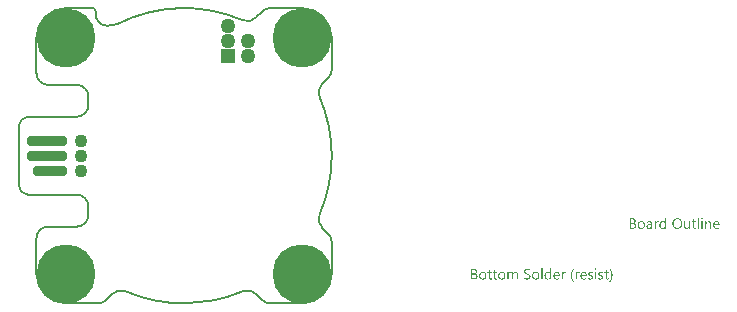
<source format=gbs>
G04*
G04 #@! TF.GenerationSoftware,Altium Limited,Altium Designer,22.5.1 (42)*
G04*
G04 Layer_Color=16711935*
%FSAX44Y44*%
%MOMM*%
G71*
G04*
G04 #@! TF.SameCoordinates,210B23D7-8BD8-4DAC-88D1-AF52DF2CA714*
G04*
G04*
G04 #@! TF.FilePolarity,Negative*
G04*
G01*
G75*
%ADD13C,0.2000*%
%ADD45C,0.1500*%
%ADD46C,1.1000*%
%ADD47C,5.0000*%
%ADD48R,1.2600X1.2600*%
%ADD49C,1.2600*%
G04:AMPARAMS|DCode=60|XSize=0.9mm|YSize=3.4mm|CornerRadius=0.351mm|HoleSize=0mm|Usage=FLASHONLY|Rotation=90.000|XOffset=0mm|YOffset=0mm|HoleType=Round|Shape=RoundedRectangle|*
%AMROUNDEDRECTD60*
21,1,0.9000,2.6980,0,0,90.0*
21,1,0.1980,3.4000,0,0,90.0*
1,1,0.7020,1.3490,0.0990*
1,1,0.7020,1.3490,-0.0990*
1,1,0.7020,-1.3490,-0.0990*
1,1,0.7020,-1.3490,0.0990*
%
%ADD60ROUNDEDRECTD60*%
G04:AMPARAMS|DCode=61|XSize=0.9mm|YSize=2.9mm|CornerRadius=0.351mm|HoleSize=0mm|Usage=FLASHONLY|Rotation=90.000|XOffset=0mm|YOffset=0mm|HoleType=Round|Shape=RoundedRectangle|*
%AMROUNDEDRECTD61*
21,1,0.9000,2.1980,0,0,90.0*
21,1,0.1980,2.9000,0,0,90.0*
1,1,0.7020,1.0990,0.0990*
1,1,0.7020,1.0990,-0.0990*
1,1,0.7020,-1.0990,-0.0990*
1,1,0.7020,-1.0990,0.0990*
%
%ADD61ROUNDEDRECTD61*%
G36*
X00438642Y-00052543D02*
X00438712Y-00052558D01*
X00438783Y-00052582D01*
X00438862Y-00052621D01*
X00438940Y-00052668D01*
X00439019Y-00052731D01*
X00439026Y-00052739D01*
X00439050Y-00052762D01*
X00439081Y-00052802D01*
X00439120Y-00052857D01*
X00439152Y-00052927D01*
X00439183Y-00053006D01*
X00439207Y-00053100D01*
X00439215Y-00053202D01*
X00439215Y-00053218D01*
X00439215Y-00053249D01*
X00439207Y-00053296D01*
X00439191Y-00053367D01*
X00439168Y-00053437D01*
X00439128Y-00053516D01*
X00439081Y-00053594D01*
X00439019Y-00053673D01*
X00439011Y-00053681D01*
X00438987Y-00053704D01*
X00438940Y-00053736D01*
X00438885Y-00053767D01*
X00438814Y-00053798D01*
X00438736Y-00053830D01*
X00438650Y-00053853D01*
X00438548Y-00053861D01*
X00438500Y-00053861D01*
X00438453Y-00053853D01*
X00438383Y-00053838D01*
X00438312Y-00053814D01*
X00438234Y-00053783D01*
X00438155Y-00053744D01*
X00438077Y-00053681D01*
X00438069Y-00053673D01*
X00438045Y-00053649D01*
X00438014Y-00053602D01*
X00437982Y-00053547D01*
X00437951Y-00053485D01*
X00437920Y-00053398D01*
X00437896Y-00053304D01*
X00437888Y-00053202D01*
X00437888Y-00053186D01*
X00437888Y-00053155D01*
X00437896Y-00053100D01*
X00437912Y-00053037D01*
X00437935Y-00052959D01*
X00437967Y-00052880D01*
X00438014Y-00052802D01*
X00438077Y-00052731D01*
X00438084Y-00052723D01*
X00438108Y-00052700D01*
X00438155Y-00052668D01*
X00438210Y-00052629D01*
X00438281Y-00052598D01*
X00438359Y-00052566D01*
X00438446Y-00052543D01*
X00438548Y-00052535D01*
X00438595Y-00052535D01*
X00438642Y-00052543D01*
X00438642Y-00052543D02*
G37*
G36*
X00408244Y-00061851D02*
X00407224Y-00061851D01*
X00407224Y-00060776D01*
X00407200Y-00060776D01*
X00407192Y-00060792D01*
X00407169Y-00060831D01*
X00407122Y-00060886D01*
X00407067Y-00060964D01*
X00406988Y-00061058D01*
X00406902Y-00061160D01*
X00406792Y-00061270D01*
X00406659Y-00061388D01*
X00406517Y-00061506D01*
X00406353Y-00061616D01*
X00406172Y-00061718D01*
X00405976Y-00061812D01*
X00405764Y-00061890D01*
X00405528Y-00061945D01*
X00405277Y-00061985D01*
X00405010Y-00062000D01*
X00404955Y-00062000D01*
X00404893Y-00061992D01*
X00404814Y-00061985D01*
X00404712Y-00061977D01*
X00404594Y-00061953D01*
X00404461Y-00061930D01*
X00404320Y-00061890D01*
X00404171Y-00061851D01*
X00404014Y-00061788D01*
X00403857Y-00061726D01*
X00403692Y-00061639D01*
X00403535Y-00061545D01*
X00403378Y-00061427D01*
X00403229Y-00061294D01*
X00403088Y-00061145D01*
X00403080Y-00061137D01*
X00403056Y-00061105D01*
X00403025Y-00061058D01*
X00402978Y-00060988D01*
X00402923Y-00060901D01*
X00402860Y-00060799D01*
X00402797Y-00060674D01*
X00402734Y-00060532D01*
X00402664Y-00060375D01*
X00402601Y-00060203D01*
X00402538Y-00060007D01*
X00402483Y-00059803D01*
X00402436Y-00059583D01*
X00402405Y-00059339D01*
X00402381Y-00059088D01*
X00402373Y-00058822D01*
X00402373Y-00058814D01*
X00402373Y-00058806D01*
X00402373Y-00058782D01*
X00402373Y-00058751D01*
X00402381Y-00058672D01*
X00402389Y-00058562D01*
X00402397Y-00058421D01*
X00402413Y-00058272D01*
X00402436Y-00058099D01*
X00402475Y-00057911D01*
X00402515Y-00057715D01*
X00402570Y-00057503D01*
X00402632Y-00057299D01*
X00402711Y-00057079D01*
X00402797Y-00056875D01*
X00402907Y-00056671D01*
X00403025Y-00056475D01*
X00403166Y-00056286D01*
X00403174Y-00056279D01*
X00403205Y-00056247D01*
X00403252Y-00056200D01*
X00403315Y-00056137D01*
X00403394Y-00056067D01*
X00403488Y-00055980D01*
X00403606Y-00055894D01*
X00403731Y-00055808D01*
X00403880Y-00055721D01*
X00404037Y-00055635D01*
X00404210Y-00055549D01*
X00404398Y-00055478D01*
X00404602Y-00055415D01*
X00404822Y-00055368D01*
X00405050Y-00055337D01*
X00405293Y-00055329D01*
X00405348Y-00055329D01*
X00405419Y-00055337D01*
X00405505Y-00055345D01*
X00405615Y-00055360D01*
X00405740Y-00055384D01*
X00405874Y-00055415D01*
X00406023Y-00055455D01*
X00406180Y-00055509D01*
X00406337Y-00055580D01*
X00406494Y-00055666D01*
X00406651Y-00055768D01*
X00406800Y-00055886D01*
X00406949Y-00056020D01*
X00407082Y-00056184D01*
X00407200Y-00056365D01*
X00407224Y-00056365D01*
X00407224Y-00052417D01*
X00408244Y-00052417D01*
X00408244Y-00061851D01*
X00408244Y-00061851D02*
G37*
G36*
X00444348Y-00055337D02*
X00444418Y-00055337D01*
X00444505Y-00055352D01*
X00444607Y-00055368D01*
X00444716Y-00055384D01*
X00444834Y-00055415D01*
X00444960Y-00055447D01*
X00445093Y-00055494D01*
X00445227Y-00055549D01*
X00445360Y-00055619D01*
X00445486Y-00055698D01*
X00445611Y-00055784D01*
X00445729Y-00055894D01*
X00445839Y-00056012D01*
X00445847Y-00056020D01*
X00445862Y-00056043D01*
X00445894Y-00056082D01*
X00445925Y-00056137D01*
X00445965Y-00056208D01*
X00446012Y-00056294D01*
X00446067Y-00056396D01*
X00446121Y-00056506D01*
X00446169Y-00056640D01*
X00446223Y-00056781D01*
X00446271Y-00056946D01*
X00446310Y-00057118D01*
X00446341Y-00057307D01*
X00446373Y-00057511D01*
X00446388Y-00057723D01*
X00446396Y-00057958D01*
X00446396Y-00061851D01*
X00445376Y-00061851D01*
X00445376Y-00058217D01*
X00445376Y-00058209D01*
X00445376Y-00058194D01*
X00445376Y-00058170D01*
X00445376Y-00058131D01*
X00445368Y-00058084D01*
X00445368Y-00058029D01*
X00445352Y-00057903D01*
X00445329Y-00057746D01*
X00445297Y-00057574D01*
X00445250Y-00057393D01*
X00445187Y-00057205D01*
X00445109Y-00057016D01*
X00445015Y-00056836D01*
X00444897Y-00056663D01*
X00444748Y-00056506D01*
X00444583Y-00056381D01*
X00444489Y-00056326D01*
X00444379Y-00056279D01*
X00444269Y-00056239D01*
X00444151Y-00056216D01*
X00444026Y-00056200D01*
X00443892Y-00056192D01*
X00443822Y-00056192D01*
X00443767Y-00056200D01*
X00443704Y-00056208D01*
X00443626Y-00056224D01*
X00443539Y-00056239D01*
X00443453Y-00056263D01*
X00443351Y-00056294D01*
X00443249Y-00056333D01*
X00443147Y-00056381D01*
X00443037Y-00056435D01*
X00442935Y-00056506D01*
X00442825Y-00056585D01*
X00442723Y-00056671D01*
X00442629Y-00056773D01*
X00442621Y-00056781D01*
X00442605Y-00056797D01*
X00442582Y-00056828D01*
X00442550Y-00056875D01*
X00442511Y-00056930D01*
X00442472Y-00057001D01*
X00442425Y-00057079D01*
X00442378Y-00057165D01*
X00442331Y-00057267D01*
X00442284Y-00057377D01*
X00442244Y-00057495D01*
X00442205Y-00057621D01*
X00442174Y-00057762D01*
X00442150Y-00057903D01*
X00442134Y-00058060D01*
X00442127Y-00058217D01*
X00442127Y-00061851D01*
X00441106Y-00061851D01*
X00441106Y-00055478D01*
X00442127Y-00055478D01*
X00442127Y-00056538D01*
X00442150Y-00056538D01*
X00442158Y-00056522D01*
X00442181Y-00056483D01*
X00442229Y-00056428D01*
X00442284Y-00056349D01*
X00442362Y-00056255D01*
X00442448Y-00056153D01*
X00442558Y-00056043D01*
X00442684Y-00055933D01*
X00442825Y-00055823D01*
X00442982Y-00055714D01*
X00443155Y-00055611D01*
X00443335Y-00055517D01*
X00443539Y-00055439D01*
X00443759Y-00055384D01*
X00443994Y-00055345D01*
X00444246Y-00055329D01*
X00444293Y-00055329D01*
X00444348Y-00055337D01*
X00444348Y-00055337D02*
G37*
G36*
X00401227Y-00055376D02*
X00401314Y-00055376D01*
X00401408Y-00055392D01*
X00401510Y-00055407D01*
X00401612Y-00055423D01*
X00401698Y-00055455D01*
X00401698Y-00056514D01*
X00401683Y-00056506D01*
X00401651Y-00056483D01*
X00401589Y-00056451D01*
X00401502Y-00056412D01*
X00401384Y-00056373D01*
X00401259Y-00056341D01*
X00401102Y-00056318D01*
X00400921Y-00056310D01*
X00400859Y-00056310D01*
X00400812Y-00056318D01*
X00400756Y-00056326D01*
X00400694Y-00056341D01*
X00400545Y-00056389D01*
X00400458Y-00056420D01*
X00400372Y-00056459D01*
X00400278Y-00056514D01*
X00400184Y-00056569D01*
X00400097Y-00056640D01*
X00400003Y-00056726D01*
X00399917Y-00056820D01*
X00399830Y-00056930D01*
X00399823Y-00056938D01*
X00399815Y-00056961D01*
X00399791Y-00056993D01*
X00399760Y-00057040D01*
X00399728Y-00057103D01*
X00399689Y-00057181D01*
X00399650Y-00057267D01*
X00399611Y-00057369D01*
X00399571Y-00057479D01*
X00399532Y-00057605D01*
X00399493Y-00057746D01*
X00399462Y-00057895D01*
X00399430Y-00058060D01*
X00399407Y-00058233D01*
X00399399Y-00058413D01*
X00399391Y-00058610D01*
X00399391Y-00061851D01*
X00398371Y-00061851D01*
X00398371Y-00055478D01*
X00399391Y-00055478D01*
X00399391Y-00056797D01*
X00399414Y-00056797D01*
X00399414Y-00056789D01*
X00399422Y-00056765D01*
X00399438Y-00056734D01*
X00399454Y-00056687D01*
X00399477Y-00056632D01*
X00399509Y-00056561D01*
X00399579Y-00056412D01*
X00399673Y-00056239D01*
X00399791Y-00056067D01*
X00399925Y-00055902D01*
X00400081Y-00055745D01*
X00400089Y-00055737D01*
X00400105Y-00055729D01*
X00400129Y-00055714D01*
X00400160Y-00055682D01*
X00400199Y-00055658D01*
X00400254Y-00055627D01*
X00400372Y-00055557D01*
X00400521Y-00055486D01*
X00400694Y-00055423D01*
X00400882Y-00055384D01*
X00400984Y-00055376D01*
X00401086Y-00055368D01*
X00401149Y-00055368D01*
X00401227Y-00055376D01*
X00401227Y-00055376D02*
G37*
G36*
X00428564Y-00061851D02*
X00427544Y-00061851D01*
X00427544Y-00060847D01*
X00427520Y-00060847D01*
X00427512Y-00060862D01*
X00427489Y-00060894D01*
X00427450Y-00060956D01*
X00427402Y-00061027D01*
X00427332Y-00061113D01*
X00427246Y-00061207D01*
X00427151Y-00061317D01*
X00427034Y-00061419D01*
X00426908Y-00061529D01*
X00426759Y-00061631D01*
X00426602Y-00061733D01*
X00426421Y-00061820D01*
X00426225Y-00061890D01*
X00426021Y-00061953D01*
X00425794Y-00061985D01*
X00425550Y-00062000D01*
X00425495Y-00062000D01*
X00425456Y-00061992D01*
X00425401Y-00061992D01*
X00425338Y-00061985D01*
X00425268Y-00061969D01*
X00425197Y-00061961D01*
X00425024Y-00061914D01*
X00424828Y-00061859D01*
X00424624Y-00061773D01*
X00424522Y-00061718D01*
X00424412Y-00061663D01*
X00424302Y-00061592D01*
X00424200Y-00061521D01*
X00424098Y-00061435D01*
X00423996Y-00061341D01*
X00423894Y-00061231D01*
X00423800Y-00061121D01*
X00423714Y-00060996D01*
X00423627Y-00060854D01*
X00423557Y-00060705D01*
X00423486Y-00060548D01*
X00423423Y-00060375D01*
X00423368Y-00060187D01*
X00423329Y-00059983D01*
X00423298Y-00059771D01*
X00423282Y-00059536D01*
X00423274Y-00059292D01*
X00423274Y-00055478D01*
X00424287Y-00055478D01*
X00424287Y-00059128D01*
X00424287Y-00059135D01*
X00424287Y-00059151D01*
X00424287Y-00059175D01*
X00424287Y-00059214D01*
X00424295Y-00059261D01*
X00424295Y-00059316D01*
X00424310Y-00059442D01*
X00424334Y-00059598D01*
X00424365Y-00059763D01*
X00424420Y-00059952D01*
X00424483Y-00060132D01*
X00424561Y-00060321D01*
X00424663Y-00060509D01*
X00424789Y-00060674D01*
X00424938Y-00060831D01*
X00425119Y-00060956D01*
X00425213Y-00061011D01*
X00425323Y-00061058D01*
X00425440Y-00061098D01*
X00425558Y-00061121D01*
X00425691Y-00061137D01*
X00425833Y-00061145D01*
X00425903Y-00061145D01*
X00425958Y-00061137D01*
X00426021Y-00061129D01*
X00426092Y-00061113D01*
X00426178Y-00061098D01*
X00426264Y-00061074D01*
X00426359Y-00061051D01*
X00426461Y-00061011D01*
X00426563Y-00060964D01*
X00426665Y-00060909D01*
X00426767Y-00060847D01*
X00426869Y-00060776D01*
X00426963Y-00060690D01*
X00427057Y-00060595D01*
X00427065Y-00060588D01*
X00427081Y-00060572D01*
X00427104Y-00060540D01*
X00427136Y-00060493D01*
X00427167Y-00060438D01*
X00427214Y-00060375D01*
X00427253Y-00060297D01*
X00427300Y-00060211D01*
X00427348Y-00060109D01*
X00427387Y-00059999D01*
X00427434Y-00059881D01*
X00427465Y-00059756D01*
X00427497Y-00059614D01*
X00427520Y-00059473D01*
X00427536Y-00059316D01*
X00427544Y-00059151D01*
X00427544Y-00055478D01*
X00428564Y-00055478D01*
X00428564Y-00061851D01*
X00428564Y-00061851D02*
G37*
G36*
X00439042Y-00061851D02*
X00438022Y-00061851D01*
X00438022Y-00055478D01*
X00439042Y-00055478D01*
X00439042Y-00061851D01*
X00439042Y-00061851D02*
G37*
G36*
X00435957Y-00061851D02*
X00434937Y-00061851D01*
X00434937Y-00052417D01*
X00435957Y-00052417D01*
X00435957Y-00061851D01*
X00435957Y-00061851D02*
G37*
G36*
X00394297Y-00055337D02*
X00394352Y-00055337D01*
X00394407Y-00055345D01*
X00394478Y-00055352D01*
X00394556Y-00055368D01*
X00394721Y-00055399D01*
X00394917Y-00055455D01*
X00395113Y-00055525D01*
X00395325Y-00055627D01*
X00395537Y-00055753D01*
X00395639Y-00055823D01*
X00395741Y-00055910D01*
X00395835Y-00056004D01*
X00395930Y-00056098D01*
X00396016Y-00056208D01*
X00396095Y-00056333D01*
X00396173Y-00056459D01*
X00396244Y-00056600D01*
X00396298Y-00056757D01*
X00396353Y-00056922D01*
X00396393Y-00057095D01*
X00396424Y-00057291D01*
X00396440Y-00057487D01*
X00396448Y-00057707D01*
X00396448Y-00061851D01*
X00395427Y-00061851D01*
X00395427Y-00060862D01*
X00395404Y-00060862D01*
X00395396Y-00060878D01*
X00395372Y-00060909D01*
X00395333Y-00060964D01*
X00395278Y-00061043D01*
X00395208Y-00061129D01*
X00395121Y-00061223D01*
X00395027Y-00061325D01*
X00394909Y-00061427D01*
X00394776Y-00061537D01*
X00394635Y-00061639D01*
X00394470Y-00061733D01*
X00394297Y-00061820D01*
X00394101Y-00061898D01*
X00393897Y-00061953D01*
X00393677Y-00061985D01*
X00393442Y-00062000D01*
X00393347Y-00062000D01*
X00393285Y-00061992D01*
X00393206Y-00061985D01*
X00393112Y-00061977D01*
X00393010Y-00061961D01*
X00392900Y-00061937D01*
X00392657Y-00061875D01*
X00392539Y-00061835D01*
X00392413Y-00061788D01*
X00392288Y-00061733D01*
X00392170Y-00061663D01*
X00392060Y-00061584D01*
X00391950Y-00061498D01*
X00391942Y-00061490D01*
X00391927Y-00061474D01*
X00391903Y-00061443D01*
X00391864Y-00061404D01*
X00391825Y-00061357D01*
X00391786Y-00061294D01*
X00391731Y-00061223D01*
X00391684Y-00061145D01*
X00391637Y-00061051D01*
X00391589Y-00060949D01*
X00391542Y-00060839D01*
X00391503Y-00060721D01*
X00391464Y-00060595D01*
X00391440Y-00060462D01*
X00391424Y-00060313D01*
X00391417Y-00060164D01*
X00391417Y-00060156D01*
X00391417Y-00060140D01*
X00391417Y-00060117D01*
X00391424Y-00060085D01*
X00391424Y-00060046D01*
X00391432Y-00059999D01*
X00391448Y-00059881D01*
X00391479Y-00059740D01*
X00391527Y-00059583D01*
X00391589Y-00059410D01*
X00391684Y-00059230D01*
X00391793Y-00059049D01*
X00391927Y-00058869D01*
X00392013Y-00058782D01*
X00392099Y-00058696D01*
X00392202Y-00058610D01*
X00392304Y-00058531D01*
X00392421Y-00058453D01*
X00392547Y-00058382D01*
X00392680Y-00058319D01*
X00392829Y-00058256D01*
X00392986Y-00058201D01*
X00393151Y-00058154D01*
X00393332Y-00058115D01*
X00393520Y-00058084D01*
X00395427Y-00057817D01*
X00395427Y-00057809D01*
X00395427Y-00057801D01*
X00395427Y-00057778D01*
X00395427Y-00057746D01*
X00395420Y-00057668D01*
X00395404Y-00057566D01*
X00395388Y-00057440D01*
X00395357Y-00057299D01*
X00395317Y-00057158D01*
X00395262Y-00057001D01*
X00395192Y-00056852D01*
X00395106Y-00056702D01*
X00395004Y-00056569D01*
X00394878Y-00056443D01*
X00394721Y-00056341D01*
X00394548Y-00056263D01*
X00394454Y-00056231D01*
X00394344Y-00056208D01*
X00394234Y-00056200D01*
X00394117Y-00056192D01*
X00394062Y-00056192D01*
X00394007Y-00056200D01*
X00393920Y-00056208D01*
X00393818Y-00056216D01*
X00393701Y-00056231D01*
X00393567Y-00056255D01*
X00393426Y-00056286D01*
X00393269Y-00056333D01*
X00393104Y-00056381D01*
X00392932Y-00056443D01*
X00392751Y-00056522D01*
X00392570Y-00056616D01*
X00392390Y-00056718D01*
X00392209Y-00056836D01*
X00392037Y-00056977D01*
X00392037Y-00055933D01*
X00392045Y-00055925D01*
X00392076Y-00055910D01*
X00392131Y-00055878D01*
X00392202Y-00055839D01*
X00392296Y-00055792D01*
X00392398Y-00055745D01*
X00392523Y-00055690D01*
X00392665Y-00055627D01*
X00392814Y-00055572D01*
X00392979Y-00055517D01*
X00393159Y-00055470D01*
X00393347Y-00055423D01*
X00393551Y-00055384D01*
X00393756Y-00055352D01*
X00393975Y-00055337D01*
X00394203Y-00055329D01*
X00394258Y-00055329D01*
X00394297Y-00055337D01*
X00394297Y-00055337D02*
G37*
G36*
X00379981Y-00052935D02*
X00380075Y-00052943D01*
X00380185Y-00052959D01*
X00380311Y-00052974D01*
X00380452Y-00052998D01*
X00380593Y-00053029D01*
X00380743Y-00053068D01*
X00380900Y-00053116D01*
X00381049Y-00053170D01*
X00381206Y-00053233D01*
X00381347Y-00053312D01*
X00381488Y-00053398D01*
X00381622Y-00053500D01*
X00381629Y-00053508D01*
X00381653Y-00053524D01*
X00381684Y-00053555D01*
X00381724Y-00053602D01*
X00381779Y-00053657D01*
X00381834Y-00053728D01*
X00381896Y-00053806D01*
X00381959Y-00053893D01*
X00382022Y-00053995D01*
X00382085Y-00054104D01*
X00382140Y-00054230D01*
X00382195Y-00054356D01*
X00382234Y-00054497D01*
X00382265Y-00054646D01*
X00382289Y-00054803D01*
X00382297Y-00054968D01*
X00382297Y-00054976D01*
X00382297Y-00054999D01*
X00382297Y-00055038D01*
X00382289Y-00055093D01*
X00382281Y-00055164D01*
X00382273Y-00055235D01*
X00382265Y-00055321D01*
X00382249Y-00055415D01*
X00382195Y-00055627D01*
X00382124Y-00055847D01*
X00382077Y-00055965D01*
X00382022Y-00056075D01*
X00381959Y-00056184D01*
X00381889Y-00056294D01*
X00381881Y-00056302D01*
X00381873Y-00056318D01*
X00381849Y-00056349D01*
X00381810Y-00056389D01*
X00381771Y-00056428D01*
X00381724Y-00056483D01*
X00381661Y-00056538D01*
X00381598Y-00056600D01*
X00381520Y-00056663D01*
X00381433Y-00056734D01*
X00381339Y-00056797D01*
X00381237Y-00056867D01*
X00381127Y-00056930D01*
X00381017Y-00056985D01*
X00380758Y-00057087D01*
X00380758Y-00057111D01*
X00380766Y-00057111D01*
X00380798Y-00057118D01*
X00380845Y-00057126D01*
X00380907Y-00057134D01*
X00380986Y-00057150D01*
X00381072Y-00057173D01*
X00381174Y-00057205D01*
X00381276Y-00057236D01*
X00381504Y-00057322D01*
X00381629Y-00057377D01*
X00381747Y-00057448D01*
X00381865Y-00057519D01*
X00381983Y-00057597D01*
X00382100Y-00057691D01*
X00382202Y-00057793D01*
X00382210Y-00057801D01*
X00382226Y-00057817D01*
X00382249Y-00057848D01*
X00382289Y-00057895D01*
X00382328Y-00057958D01*
X00382375Y-00058021D01*
X00382422Y-00058107D01*
X00382477Y-00058194D01*
X00382524Y-00058296D01*
X00382571Y-00058413D01*
X00382618Y-00058531D01*
X00382658Y-00058665D01*
X00382697Y-00058814D01*
X00382720Y-00058963D01*
X00382736Y-00059120D01*
X00382744Y-00059292D01*
X00382744Y-00059308D01*
X00382744Y-00059339D01*
X00382736Y-00059402D01*
X00382728Y-00059481D01*
X00382720Y-00059583D01*
X00382697Y-00059693D01*
X00382673Y-00059818D01*
X00382642Y-00059952D01*
X00382595Y-00060101D01*
X00382540Y-00060250D01*
X00382477Y-00060399D01*
X00382399Y-00060556D01*
X00382304Y-00060713D01*
X00382195Y-00060862D01*
X00382069Y-00061003D01*
X00381920Y-00061145D01*
X00381912Y-00061153D01*
X00381881Y-00061176D01*
X00381834Y-00061207D01*
X00381771Y-00061255D01*
X00381692Y-00061309D01*
X00381590Y-00061364D01*
X00381480Y-00061435D01*
X00381355Y-00061498D01*
X00381206Y-00061561D01*
X00381049Y-00061624D01*
X00380884Y-00061686D01*
X00380695Y-00061741D01*
X00380499Y-00061788D01*
X00380295Y-00061820D01*
X00380075Y-00061843D01*
X00379848Y-00061851D01*
X00377250Y-00061851D01*
X00377250Y-00052927D01*
X00379895Y-00052927D01*
X00379981Y-00052935D01*
X00379981Y-00052935D02*
G37*
G36*
X00431970Y-00055478D02*
X00433579Y-00055478D01*
X00433579Y-00056357D01*
X00431970Y-00056357D01*
X00431970Y-00059944D01*
X00431970Y-00059952D01*
X00431970Y-00059975D01*
X00431970Y-00060007D01*
X00431970Y-00060046D01*
X00431978Y-00060101D01*
X00431986Y-00060164D01*
X00432002Y-00060297D01*
X00432025Y-00060454D01*
X00432065Y-00060603D01*
X00432119Y-00060744D01*
X00432151Y-00060807D01*
X00432190Y-00060862D01*
X00432198Y-00060870D01*
X00432229Y-00060901D01*
X00432284Y-00060949D01*
X00432363Y-00060996D01*
X00432465Y-00061051D01*
X00432590Y-00061090D01*
X00432740Y-00061121D01*
X00432912Y-00061137D01*
X00432975Y-00061137D01*
X00433046Y-00061129D01*
X00433140Y-00061113D01*
X00433242Y-00061082D01*
X00433360Y-00061051D01*
X00433470Y-00060996D01*
X00433579Y-00060925D01*
X00433579Y-00061796D01*
X00433572Y-00061796D01*
X00433564Y-00061804D01*
X00433540Y-00061812D01*
X00433517Y-00061828D01*
X00433430Y-00061859D01*
X00433328Y-00061890D01*
X00433187Y-00061922D01*
X00433022Y-00061953D01*
X00432834Y-00061977D01*
X00432622Y-00061985D01*
X00432551Y-00061985D01*
X00432465Y-00061969D01*
X00432363Y-00061953D01*
X00432237Y-00061930D01*
X00432096Y-00061883D01*
X00431939Y-00061828D01*
X00431790Y-00061749D01*
X00431633Y-00061655D01*
X00431476Y-00061529D01*
X00431335Y-00061380D01*
X00431272Y-00061294D01*
X00431209Y-00061200D01*
X00431154Y-00061098D01*
X00431107Y-00060988D01*
X00431060Y-00060870D01*
X00431021Y-00060737D01*
X00430989Y-00060603D01*
X00430966Y-00060454D01*
X00430958Y-00060297D01*
X00430950Y-00060124D01*
X00430950Y-00056357D01*
X00429859Y-00056357D01*
X00429859Y-00055478D01*
X00430950Y-00055478D01*
X00430950Y-00053924D01*
X00431970Y-00053594D01*
X00431970Y-00055478D01*
X00431970Y-00055478D02*
G37*
G36*
X00450941Y-00055337D02*
X00451027Y-00055345D01*
X00451137Y-00055352D01*
X00451254Y-00055368D01*
X00451388Y-00055399D01*
X00451529Y-00055431D01*
X00451686Y-00055470D01*
X00451843Y-00055525D01*
X00452000Y-00055596D01*
X00452165Y-00055674D01*
X00452322Y-00055768D01*
X00452471Y-00055878D01*
X00452620Y-00056004D01*
X00452753Y-00056145D01*
X00452761Y-00056153D01*
X00452785Y-00056184D01*
X00452816Y-00056231D01*
X00452863Y-00056294D01*
X00452910Y-00056373D01*
X00452973Y-00056475D01*
X00453036Y-00056592D01*
X00453099Y-00056726D01*
X00453162Y-00056883D01*
X00453224Y-00057048D01*
X00453287Y-00057236D01*
X00453334Y-00057432D01*
X00453381Y-00057652D01*
X00453413Y-00057880D01*
X00453436Y-00058131D01*
X00453444Y-00058390D01*
X00453444Y-00058924D01*
X00448939Y-00058924D01*
X00448939Y-00058939D01*
X00448939Y-00058971D01*
X00448947Y-00059026D01*
X00448955Y-00059096D01*
X00448963Y-00059190D01*
X00448978Y-00059292D01*
X00448994Y-00059402D01*
X00449025Y-00059528D01*
X00449096Y-00059795D01*
X00449143Y-00059928D01*
X00449198Y-00060069D01*
X00449261Y-00060203D01*
X00449332Y-00060336D01*
X00449418Y-00060454D01*
X00449512Y-00060572D01*
X00449520Y-00060580D01*
X00449536Y-00060595D01*
X00449567Y-00060627D01*
X00449614Y-00060658D01*
X00449669Y-00060705D01*
X00449740Y-00060752D01*
X00449818Y-00060807D01*
X00449905Y-00060854D01*
X00450006Y-00060909D01*
X00450124Y-00060964D01*
X00450242Y-00061011D01*
X00450383Y-00061058D01*
X00450524Y-00061090D01*
X00450681Y-00061121D01*
X00450846Y-00061137D01*
X00451019Y-00061145D01*
X00451066Y-00061145D01*
X00451121Y-00061137D01*
X00451199Y-00061137D01*
X00451294Y-00061121D01*
X00451404Y-00061105D01*
X00451529Y-00061082D01*
X00451670Y-00061058D01*
X00451819Y-00061019D01*
X00451977Y-00060972D01*
X00452141Y-00060917D01*
X00452306Y-00060847D01*
X00452479Y-00060768D01*
X00452651Y-00060674D01*
X00452824Y-00060564D01*
X00452997Y-00060438D01*
X00452997Y-00061396D01*
X00452989Y-00061404D01*
X00452958Y-00061419D01*
X00452910Y-00061451D01*
X00452848Y-00061490D01*
X00452761Y-00061537D01*
X00452659Y-00061584D01*
X00452542Y-00061639D01*
X00452408Y-00061694D01*
X00452251Y-00061757D01*
X00452086Y-00061812D01*
X00451906Y-00061859D01*
X00451710Y-00061906D01*
X00451498Y-00061945D01*
X00451270Y-00061977D01*
X00451027Y-00061992D01*
X00450776Y-00062000D01*
X00450713Y-00062000D01*
X00450650Y-00061992D01*
X00450556Y-00061985D01*
X00450438Y-00061977D01*
X00450305Y-00061953D01*
X00450163Y-00061930D01*
X00450006Y-00061890D01*
X00449842Y-00061843D01*
X00449669Y-00061788D01*
X00449488Y-00061718D01*
X00449316Y-00061639D01*
X00449135Y-00061537D01*
X00448970Y-00061419D01*
X00448806Y-00061286D01*
X00448657Y-00061137D01*
X00448649Y-00061129D01*
X00448625Y-00061098D01*
X00448586Y-00061043D01*
X00448539Y-00060972D01*
X00448476Y-00060886D01*
X00448413Y-00060776D01*
X00448343Y-00060650D01*
X00448272Y-00060501D01*
X00448201Y-00060344D01*
X00448131Y-00060156D01*
X00448068Y-00059960D01*
X00448005Y-00059740D01*
X00447958Y-00059504D01*
X00447919Y-00059253D01*
X00447895Y-00058979D01*
X00447887Y-00058696D01*
X00447887Y-00058688D01*
X00447887Y-00058680D01*
X00447887Y-00058657D01*
X00447887Y-00058633D01*
X00447895Y-00058555D01*
X00447903Y-00058445D01*
X00447911Y-00058319D01*
X00447934Y-00058178D01*
X00447958Y-00058013D01*
X00447989Y-00057833D01*
X00448036Y-00057644D01*
X00448091Y-00057448D01*
X00448162Y-00057244D01*
X00448241Y-00057040D01*
X00448335Y-00056844D01*
X00448452Y-00056640D01*
X00448578Y-00056451D01*
X00448727Y-00056271D01*
X00448735Y-00056263D01*
X00448766Y-00056231D01*
X00448814Y-00056184D01*
X00448876Y-00056122D01*
X00448963Y-00056051D01*
X00449065Y-00055972D01*
X00449174Y-00055886D01*
X00449308Y-00055800D01*
X00449449Y-00055714D01*
X00449614Y-00055627D01*
X00449787Y-00055549D01*
X00449967Y-00055478D01*
X00450163Y-00055415D01*
X00450375Y-00055368D01*
X00450595Y-00055337D01*
X00450823Y-00055329D01*
X00450878Y-00055329D01*
X00450941Y-00055337D01*
X00450941Y-00055337D02*
G37*
G36*
X00417812Y-00052786D02*
X00417867Y-00052786D01*
X00417921Y-00052794D01*
X00417992Y-00052794D01*
X00418149Y-00052817D01*
X00418330Y-00052841D01*
X00418534Y-00052880D01*
X00418753Y-00052935D01*
X00418981Y-00052998D01*
X00419224Y-00053084D01*
X00419468Y-00053186D01*
X00419719Y-00053304D01*
X00419970Y-00053445D01*
X00420205Y-00053610D01*
X00420441Y-00053806D01*
X00420661Y-00054026D01*
X00420676Y-00054042D01*
X00420708Y-00054081D01*
X00420763Y-00054152D01*
X00420841Y-00054254D01*
X00420920Y-00054379D01*
X00421022Y-00054528D01*
X00421124Y-00054701D01*
X00421226Y-00054897D01*
X00421328Y-00055125D01*
X00421430Y-00055368D01*
X00421532Y-00055635D01*
X00421618Y-00055925D01*
X00421689Y-00056239D01*
X00421744Y-00056569D01*
X00421775Y-00056914D01*
X00421791Y-00057283D01*
X00421791Y-00057291D01*
X00421791Y-00057307D01*
X00421791Y-00057338D01*
X00421791Y-00057377D01*
X00421783Y-00057432D01*
X00421783Y-00057495D01*
X00421775Y-00057566D01*
X00421775Y-00057644D01*
X00421767Y-00057731D01*
X00421759Y-00057825D01*
X00421728Y-00058037D01*
X00421697Y-00058280D01*
X00421650Y-00058531D01*
X00421587Y-00058806D01*
X00421508Y-00059088D01*
X00421414Y-00059371D01*
X00421304Y-00059661D01*
X00421171Y-00059944D01*
X00421014Y-00060226D01*
X00420833Y-00060485D01*
X00420629Y-00060737D01*
X00420614Y-00060752D01*
X00420574Y-00060792D01*
X00420512Y-00060854D01*
X00420417Y-00060933D01*
X00420299Y-00061027D01*
X00420158Y-00061137D01*
X00420001Y-00061247D01*
X00419813Y-00061364D01*
X00419601Y-00061482D01*
X00419366Y-00061600D01*
X00419114Y-00061710D01*
X00418840Y-00061804D01*
X00418541Y-00061883D01*
X00418228Y-00061945D01*
X00417890Y-00061985D01*
X00417537Y-00062000D01*
X00417450Y-00062000D01*
X00417411Y-00061992D01*
X00417356Y-00061992D01*
X00417294Y-00061985D01*
X00417223Y-00061977D01*
X00417058Y-00061961D01*
X00416878Y-00061937D01*
X00416666Y-00061898D01*
X00416446Y-00061843D01*
X00416203Y-00061780D01*
X00415959Y-00061694D01*
X00415708Y-00061592D01*
X00415449Y-00061474D01*
X00415198Y-00061333D01*
X00414955Y-00061160D01*
X00414711Y-00060972D01*
X00414492Y-00060752D01*
X00414476Y-00060737D01*
X00414445Y-00060697D01*
X00414389Y-00060627D01*
X00414311Y-00060525D01*
X00414225Y-00060399D01*
X00414131Y-00060250D01*
X00414029Y-00060077D01*
X00413927Y-00059873D01*
X00413817Y-00059654D01*
X00413715Y-00059410D01*
X00413620Y-00059143D01*
X00413534Y-00058853D01*
X00413456Y-00058539D01*
X00413401Y-00058209D01*
X00413369Y-00057864D01*
X00413354Y-00057495D01*
X00413354Y-00057487D01*
X00413354Y-00057472D01*
X00413354Y-00057440D01*
X00413354Y-00057401D01*
X00413361Y-00057346D01*
X00413361Y-00057291D01*
X00413369Y-00057220D01*
X00413369Y-00057142D01*
X00413377Y-00057056D01*
X00413393Y-00056954D01*
X00413416Y-00056750D01*
X00413448Y-00056514D01*
X00413503Y-00056263D01*
X00413558Y-00055988D01*
X00413636Y-00055714D01*
X00413730Y-00055431D01*
X00413840Y-00055141D01*
X00413974Y-00054858D01*
X00414131Y-00054583D01*
X00414311Y-00054316D01*
X00414515Y-00054065D01*
X00414531Y-00054050D01*
X00414570Y-00054010D01*
X00414633Y-00053948D01*
X00414727Y-00053861D01*
X00414845Y-00053767D01*
X00414994Y-00053657D01*
X00415159Y-00053539D01*
X00415347Y-00053422D01*
X00415567Y-00053304D01*
X00415802Y-00053186D01*
X00416061Y-00053076D01*
X00416344Y-00052982D01*
X00416650Y-00052896D01*
X00416972Y-00052833D01*
X00417317Y-00052794D01*
X00417686Y-00052778D01*
X00417764Y-00052778D01*
X00417812Y-00052786D01*
X00417812Y-00052786D02*
G37*
G36*
X00387367Y-00055337D02*
X00387469Y-00055345D01*
X00387587Y-00055352D01*
X00387728Y-00055376D01*
X00387877Y-00055399D01*
X00388042Y-00055439D01*
X00388222Y-00055486D01*
X00388403Y-00055541D01*
X00388583Y-00055611D01*
X00388772Y-00055698D01*
X00388952Y-00055800D01*
X00389133Y-00055918D01*
X00389298Y-00056051D01*
X00389454Y-00056208D01*
X00389462Y-00056216D01*
X00389486Y-00056247D01*
X00389525Y-00056302D01*
X00389580Y-00056373D01*
X00389643Y-00056459D01*
X00389706Y-00056569D01*
X00389784Y-00056695D01*
X00389855Y-00056844D01*
X00389933Y-00057009D01*
X00390004Y-00057189D01*
X00390067Y-00057385D01*
X00390130Y-00057605D01*
X00390185Y-00057840D01*
X00390224Y-00058092D01*
X00390247Y-00058358D01*
X00390255Y-00058641D01*
X00390255Y-00058649D01*
X00390255Y-00058657D01*
X00390255Y-00058680D01*
X00390255Y-00058712D01*
X00390247Y-00058790D01*
X00390239Y-00058892D01*
X00390232Y-00059026D01*
X00390208Y-00059175D01*
X00390185Y-00059339D01*
X00390145Y-00059520D01*
X00390098Y-00059708D01*
X00390043Y-00059913D01*
X00389972Y-00060117D01*
X00389894Y-00060321D01*
X00389792Y-00060525D01*
X00389674Y-00060721D01*
X00389541Y-00060909D01*
X00389392Y-00061090D01*
X00389384Y-00061098D01*
X00389352Y-00061129D01*
X00389305Y-00061176D01*
X00389235Y-00061231D01*
X00389148Y-00061302D01*
X00389046Y-00061380D01*
X00388921Y-00061459D01*
X00388780Y-00061545D01*
X00388623Y-00061631D01*
X00388450Y-00061710D01*
X00388262Y-00061788D01*
X00388058Y-00061859D01*
X00387830Y-00061914D01*
X00387594Y-00061961D01*
X00387351Y-00061992D01*
X00387084Y-00062000D01*
X00387021Y-00062000D01*
X00386951Y-00061992D01*
X00386849Y-00061985D01*
X00386731Y-00061977D01*
X00386590Y-00061953D01*
X00386441Y-00061930D01*
X00386276Y-00061890D01*
X00386095Y-00061843D01*
X00385915Y-00061780D01*
X00385727Y-00061710D01*
X00385538Y-00061624D01*
X00385350Y-00061521D01*
X00385161Y-00061404D01*
X00384989Y-00061270D01*
X00384824Y-00061113D01*
X00384816Y-00061105D01*
X00384785Y-00061074D01*
X00384745Y-00061019D01*
X00384690Y-00060949D01*
X00384628Y-00060862D01*
X00384557Y-00060752D01*
X00384486Y-00060627D01*
X00384408Y-00060478D01*
X00384329Y-00060321D01*
X00384251Y-00060140D01*
X00384180Y-00059944D01*
X00384118Y-00059732D01*
X00384063Y-00059512D01*
X00384023Y-00059269D01*
X00383992Y-00059010D01*
X00383984Y-00058743D01*
X00383984Y-00058735D01*
X00383984Y-00058727D01*
X00383984Y-00058704D01*
X00383984Y-00058672D01*
X00383992Y-00058586D01*
X00384000Y-00058476D01*
X00384008Y-00058343D01*
X00384031Y-00058186D01*
X00384055Y-00058013D01*
X00384094Y-00057825D01*
X00384141Y-00057628D01*
X00384196Y-00057425D01*
X00384267Y-00057213D01*
X00384353Y-00057001D01*
X00384455Y-00056797D01*
X00384565Y-00056600D01*
X00384698Y-00056412D01*
X00384855Y-00056231D01*
X00384863Y-00056224D01*
X00384894Y-00056192D01*
X00384949Y-00056145D01*
X00385020Y-00056090D01*
X00385106Y-00056020D01*
X00385216Y-00055949D01*
X00385342Y-00055863D01*
X00385483Y-00055776D01*
X00385640Y-00055698D01*
X00385821Y-00055611D01*
X00386017Y-00055541D01*
X00386229Y-00055470D01*
X00386456Y-00055415D01*
X00386700Y-00055368D01*
X00386959Y-00055337D01*
X00387233Y-00055329D01*
X00387296Y-00055329D01*
X00387367Y-00055337D01*
X00387367Y-00055337D02*
G37*
G36*
X00348611Y-00095417D02*
X00348681Y-00095433D01*
X00348752Y-00095456D01*
X00348830Y-00095495D01*
X00348909Y-00095542D01*
X00348988Y-00095605D01*
X00348995Y-00095613D01*
X00349019Y-00095637D01*
X00349050Y-00095676D01*
X00349090Y-00095731D01*
X00349121Y-00095801D01*
X00349152Y-00095880D01*
X00349176Y-00095974D01*
X00349184Y-00096076D01*
X00349184Y-00096092D01*
X00349184Y-00096123D01*
X00349176Y-00096170D01*
X00349160Y-00096241D01*
X00349137Y-00096312D01*
X00349097Y-00096390D01*
X00349050Y-00096469D01*
X00348988Y-00096547D01*
X00348980Y-00096555D01*
X00348956Y-00096579D01*
X00348909Y-00096610D01*
X00348854Y-00096641D01*
X00348783Y-00096673D01*
X00348705Y-00096704D01*
X00348619Y-00096728D01*
X00348517Y-00096735D01*
X00348470Y-00096735D01*
X00348422Y-00096728D01*
X00348352Y-00096712D01*
X00348281Y-00096688D01*
X00348203Y-00096657D01*
X00348124Y-00096618D01*
X00348046Y-00096555D01*
X00348038Y-00096547D01*
X00348014Y-00096524D01*
X00347983Y-00096476D01*
X00347952Y-00096421D01*
X00347920Y-00096359D01*
X00347889Y-00096272D01*
X00347865Y-00096178D01*
X00347857Y-00096076D01*
X00347857Y-00096060D01*
X00347857Y-00096029D01*
X00347865Y-00095974D01*
X00347881Y-00095911D01*
X00347904Y-00095833D01*
X00347936Y-00095754D01*
X00347983Y-00095676D01*
X00348046Y-00095605D01*
X00348054Y-00095597D01*
X00348077Y-00095574D01*
X00348124Y-00095542D01*
X00348179Y-00095503D01*
X00348250Y-00095472D01*
X00348328Y-00095440D01*
X00348414Y-00095417D01*
X00348517Y-00095409D01*
X00348564Y-00095409D01*
X00348611Y-00095417D01*
X00348611Y-00095417D02*
G37*
G36*
X00291261Y-00095660D02*
X00291371Y-00095660D01*
X00291497Y-00095668D01*
X00291638Y-00095676D01*
X00291787Y-00095692D01*
X00292101Y-00095731D01*
X00292415Y-00095786D01*
X00292572Y-00095825D01*
X00292713Y-00095864D01*
X00292854Y-00095919D01*
X00292972Y-00095974D01*
X00292972Y-00097151D01*
X00292964Y-00097144D01*
X00292933Y-00097128D01*
X00292894Y-00097104D01*
X00292831Y-00097065D01*
X00292752Y-00097026D01*
X00292658Y-00096979D01*
X00292548Y-00096924D01*
X00292423Y-00096877D01*
X00292281Y-00096822D01*
X00292124Y-00096775D01*
X00291959Y-00096728D01*
X00291779Y-00096688D01*
X00291591Y-00096649D01*
X00291387Y-00096626D01*
X00291167Y-00096610D01*
X00290939Y-00096602D01*
X00290814Y-00096602D01*
X00290727Y-00096610D01*
X00290625Y-00096618D01*
X00290508Y-00096633D01*
X00290382Y-00096649D01*
X00290256Y-00096673D01*
X00290241Y-00096673D01*
X00290201Y-00096688D01*
X00290139Y-00096704D01*
X00290052Y-00096728D01*
X00289958Y-00096759D01*
X00289856Y-00096798D01*
X00289746Y-00096853D01*
X00289644Y-00096908D01*
X00289636Y-00096916D01*
X00289597Y-00096939D01*
X00289550Y-00096971D01*
X00289487Y-00097018D01*
X00289424Y-00097081D01*
X00289346Y-00097151D01*
X00289275Y-00097230D01*
X00289212Y-00097324D01*
X00289205Y-00097332D01*
X00289189Y-00097371D01*
X00289158Y-00097426D01*
X00289134Y-00097497D01*
X00289103Y-00097583D01*
X00289071Y-00097693D01*
X00289056Y-00097811D01*
X00289048Y-00097944D01*
X00289048Y-00097960D01*
X00289048Y-00097999D01*
X00289056Y-00098070D01*
X00289063Y-00098148D01*
X00289079Y-00098242D01*
X00289103Y-00098344D01*
X00289134Y-00098446D01*
X00289173Y-00098541D01*
X00289181Y-00098548D01*
X00289197Y-00098580D01*
X00289228Y-00098627D01*
X00289268Y-00098690D01*
X00289322Y-00098760D01*
X00289385Y-00098839D01*
X00289464Y-00098917D01*
X00289550Y-00098996D01*
X00289558Y-00099004D01*
X00289597Y-00099027D01*
X00289652Y-00099074D01*
X00289723Y-00099121D01*
X00289809Y-00099184D01*
X00289911Y-00099247D01*
X00290029Y-00099326D01*
X00290154Y-00099396D01*
X00290162Y-00099396D01*
X00290170Y-00099404D01*
X00290217Y-00099427D01*
X00290296Y-00099467D01*
X00290390Y-00099522D01*
X00290515Y-00099577D01*
X00290657Y-00099647D01*
X00290814Y-00099726D01*
X00290979Y-00099812D01*
X00290986Y-00099812D01*
X00291002Y-00099820D01*
X00291026Y-00099836D01*
X00291057Y-00099851D01*
X00291104Y-00099875D01*
X00291151Y-00099898D01*
X00291269Y-00099961D01*
X00291410Y-00100040D01*
X00291567Y-00100126D01*
X00291724Y-00100212D01*
X00291889Y-00100314D01*
X00291897Y-00100314D01*
X00291905Y-00100322D01*
X00291928Y-00100338D01*
X00291959Y-00100361D01*
X00292046Y-00100416D01*
X00292148Y-00100487D01*
X00292266Y-00100573D01*
X00292391Y-00100668D01*
X00292517Y-00100778D01*
X00292642Y-00100895D01*
X00292658Y-00100911D01*
X00292697Y-00100950D01*
X00292752Y-00101013D01*
X00292831Y-00101099D01*
X00292909Y-00101201D01*
X00292996Y-00101319D01*
X00293074Y-00101453D01*
X00293153Y-00101594D01*
X00293153Y-00101602D01*
X00293160Y-00101609D01*
X00293168Y-00101633D01*
X00293184Y-00101664D01*
X00293215Y-00101743D01*
X00293255Y-00101845D01*
X00293286Y-00101978D01*
X00293317Y-00102127D01*
X00293341Y-00102292D01*
X00293349Y-00102473D01*
X00293349Y-00102481D01*
X00293349Y-00102504D01*
X00293349Y-00102536D01*
X00293349Y-00102583D01*
X00293341Y-00102638D01*
X00293333Y-00102708D01*
X00293325Y-00102779D01*
X00293317Y-00102857D01*
X00293286Y-00103038D01*
X00293239Y-00103226D01*
X00293176Y-00103415D01*
X00293090Y-00103595D01*
X00293090Y-00103603D01*
X00293082Y-00103619D01*
X00293066Y-00103642D01*
X00293043Y-00103674D01*
X00292988Y-00103752D01*
X00292909Y-00103862D01*
X00292807Y-00103980D01*
X00292689Y-00104105D01*
X00292548Y-00104223D01*
X00292391Y-00104341D01*
X00292383Y-00104341D01*
X00292368Y-00104356D01*
X00292344Y-00104364D01*
X00292313Y-00104388D01*
X00292274Y-00104411D01*
X00292218Y-00104435D01*
X00292101Y-00104498D01*
X00291952Y-00104560D01*
X00291779Y-00104631D01*
X00291591Y-00104694D01*
X00291379Y-00104749D01*
X00291371Y-00104749D01*
X00291355Y-00104757D01*
X00291324Y-00104757D01*
X00291277Y-00104765D01*
X00291230Y-00104780D01*
X00291167Y-00104788D01*
X00291096Y-00104796D01*
X00291010Y-00104812D01*
X00290829Y-00104835D01*
X00290625Y-00104851D01*
X00290406Y-00104867D01*
X00290170Y-00104874D01*
X00290084Y-00104874D01*
X00290029Y-00104867D01*
X00289950Y-00104867D01*
X00289856Y-00104859D01*
X00289754Y-00104851D01*
X00289644Y-00104835D01*
X00289629Y-00104835D01*
X00289589Y-00104827D01*
X00289527Y-00104819D01*
X00289448Y-00104812D01*
X00289354Y-00104796D01*
X00289244Y-00104780D01*
X00289134Y-00104765D01*
X00289009Y-00104741D01*
X00288993Y-00104741D01*
X00288953Y-00104733D01*
X00288891Y-00104718D01*
X00288812Y-00104694D01*
X00288718Y-00104678D01*
X00288616Y-00104647D01*
X00288396Y-00104584D01*
X00288381Y-00104576D01*
X00288349Y-00104568D01*
X00288294Y-00104545D01*
X00288232Y-00104521D01*
X00288161Y-00104490D01*
X00288082Y-00104451D01*
X00288004Y-00104411D01*
X00287933Y-00104364D01*
X00287933Y-00103132D01*
X00287941Y-00103140D01*
X00287972Y-00103163D01*
X00288020Y-00103203D01*
X00288074Y-00103242D01*
X00288153Y-00103297D01*
X00288239Y-00103352D01*
X00288333Y-00103415D01*
X00288443Y-00103469D01*
X00288459Y-00103477D01*
X00288498Y-00103493D01*
X00288553Y-00103525D01*
X00288632Y-00103556D01*
X00288726Y-00103595D01*
X00288828Y-00103642D01*
X00288946Y-00103689D01*
X00289063Y-00103729D01*
X00289079Y-00103736D01*
X00289118Y-00103744D01*
X00289189Y-00103760D01*
X00289268Y-00103784D01*
X00289370Y-00103815D01*
X00289479Y-00103838D01*
X00289723Y-00103885D01*
X00289738Y-00103885D01*
X00289778Y-00103893D01*
X00289840Y-00103901D01*
X00289927Y-00103909D01*
X00290021Y-00103925D01*
X00290123Y-00103933D01*
X00290335Y-00103940D01*
X00290429Y-00103940D01*
X00290492Y-00103933D01*
X00290570Y-00103933D01*
X00290665Y-00103925D01*
X00290767Y-00103909D01*
X00290876Y-00103893D01*
X00291112Y-00103854D01*
X00291347Y-00103791D01*
X00291575Y-00103705D01*
X00291677Y-00103650D01*
X00291771Y-00103587D01*
X00291779Y-00103579D01*
X00291795Y-00103572D01*
X00291818Y-00103548D01*
X00291850Y-00103517D01*
X00291881Y-00103485D01*
X00291920Y-00103438D01*
X00291967Y-00103383D01*
X00292015Y-00103320D01*
X00292054Y-00103250D01*
X00292101Y-00103179D01*
X00292179Y-00102999D01*
X00292203Y-00102897D01*
X00292226Y-00102787D01*
X00292242Y-00102677D01*
X00292250Y-00102551D01*
X00292250Y-00102543D01*
X00292250Y-00102536D01*
X00292250Y-00102488D01*
X00292242Y-00102426D01*
X00292234Y-00102339D01*
X00292211Y-00102237D01*
X00292187Y-00102135D01*
X00292148Y-00102025D01*
X00292093Y-00101923D01*
X00292085Y-00101908D01*
X00292062Y-00101876D01*
X00292030Y-00101829D01*
X00291983Y-00101758D01*
X00291920Y-00101688D01*
X00291842Y-00101602D01*
X00291756Y-00101523D01*
X00291653Y-00101437D01*
X00291638Y-00101429D01*
X00291606Y-00101397D01*
X00291544Y-00101350D01*
X00291465Y-00101295D01*
X00291363Y-00101233D01*
X00291253Y-00101162D01*
X00291128Y-00101084D01*
X00290986Y-00101013D01*
X00290979Y-00101013D01*
X00290971Y-00101005D01*
X00290947Y-00100989D01*
X00290924Y-00100974D01*
X00290845Y-00100934D01*
X00290743Y-00100879D01*
X00290617Y-00100817D01*
X00290476Y-00100746D01*
X00290327Y-00100668D01*
X00290162Y-00100581D01*
X00290154Y-00100581D01*
X00290139Y-00100573D01*
X00290115Y-00100558D01*
X00290084Y-00100542D01*
X00289997Y-00100495D01*
X00289880Y-00100432D01*
X00289746Y-00100361D01*
X00289597Y-00100283D01*
X00289291Y-00100103D01*
X00289283Y-00100103D01*
X00289275Y-00100095D01*
X00289252Y-00100079D01*
X00289220Y-00100063D01*
X00289150Y-00100008D01*
X00289056Y-00099945D01*
X00288946Y-00099867D01*
X00288828Y-00099773D01*
X00288710Y-00099679D01*
X00288592Y-00099569D01*
X00288577Y-00099553D01*
X00288545Y-00099514D01*
X00288491Y-00099459D01*
X00288420Y-00099380D01*
X00288349Y-00099278D01*
X00288271Y-00099169D01*
X00288192Y-00099043D01*
X00288122Y-00098910D01*
X00288122Y-00098902D01*
X00288114Y-00098894D01*
X00288106Y-00098870D01*
X00288098Y-00098839D01*
X00288067Y-00098760D01*
X00288035Y-00098658D01*
X00288004Y-00098533D01*
X00287972Y-00098384D01*
X00287957Y-00098219D01*
X00287949Y-00098038D01*
X00287949Y-00098031D01*
X00287949Y-00098015D01*
X00287949Y-00097976D01*
X00287957Y-00097936D01*
X00287957Y-00097881D01*
X00287965Y-00097818D01*
X00287980Y-00097677D01*
X00288012Y-00097513D01*
X00288059Y-00097332D01*
X00288129Y-00097151D01*
X00288216Y-00096979D01*
X00288216Y-00096971D01*
X00288232Y-00096955D01*
X00288247Y-00096932D01*
X00288263Y-00096900D01*
X00288326Y-00096822D01*
X00288404Y-00096712D01*
X00288506Y-00096594D01*
X00288624Y-00096469D01*
X00288757Y-00096351D01*
X00288914Y-00096233D01*
X00288922Y-00096233D01*
X00288938Y-00096217D01*
X00288961Y-00096202D01*
X00288993Y-00096186D01*
X00289032Y-00096163D01*
X00289079Y-00096131D01*
X00289205Y-00096068D01*
X00289354Y-00095998D01*
X00289519Y-00095927D01*
X00289707Y-00095856D01*
X00289911Y-00095801D01*
X00289919Y-00095801D01*
X00289935Y-00095794D01*
X00289966Y-00095786D01*
X00290005Y-00095778D01*
X00290060Y-00095770D01*
X00290115Y-00095754D01*
X00290186Y-00095739D01*
X00290264Y-00095723D01*
X00290437Y-00095699D01*
X00290625Y-00095676D01*
X00290837Y-00095660D01*
X00291049Y-00095652D01*
X00291175Y-00095652D01*
X00291261Y-00095660D01*
X00291261Y-00095660D02*
G37*
G36*
X00310984Y-00104725D02*
X00309964Y-00104725D01*
X00309964Y-00103650D01*
X00309941Y-00103650D01*
X00309933Y-00103666D01*
X00309909Y-00103705D01*
X00309862Y-00103760D01*
X00309807Y-00103838D01*
X00309729Y-00103933D01*
X00309642Y-00104035D01*
X00309533Y-00104144D01*
X00309399Y-00104262D01*
X00309258Y-00104380D01*
X00309093Y-00104490D01*
X00308913Y-00104592D01*
X00308716Y-00104686D01*
X00308504Y-00104765D01*
X00308269Y-00104819D01*
X00308018Y-00104859D01*
X00307751Y-00104874D01*
X00307696Y-00104874D01*
X00307633Y-00104867D01*
X00307555Y-00104859D01*
X00307453Y-00104851D01*
X00307335Y-00104827D01*
X00307201Y-00104804D01*
X00307060Y-00104765D01*
X00306911Y-00104725D01*
X00306754Y-00104663D01*
X00306597Y-00104600D01*
X00306432Y-00104513D01*
X00306275Y-00104419D01*
X00306118Y-00104302D01*
X00305969Y-00104168D01*
X00305828Y-00104019D01*
X00305820Y-00104011D01*
X00305797Y-00103980D01*
X00305765Y-00103933D01*
X00305718Y-00103862D01*
X00305663Y-00103776D01*
X00305600Y-00103674D01*
X00305538Y-00103548D01*
X00305475Y-00103407D01*
X00305404Y-00103250D01*
X00305341Y-00103077D01*
X00305279Y-00102881D01*
X00305224Y-00102677D01*
X00305177Y-00102457D01*
X00305145Y-00102214D01*
X00305122Y-00101963D01*
X00305114Y-00101696D01*
X00305114Y-00101688D01*
X00305114Y-00101680D01*
X00305114Y-00101657D01*
X00305114Y-00101625D01*
X00305122Y-00101547D01*
X00305130Y-00101437D01*
X00305137Y-00101295D01*
X00305153Y-00101146D01*
X00305177Y-00100974D01*
X00305216Y-00100785D01*
X00305255Y-00100589D01*
X00305310Y-00100377D01*
X00305373Y-00100173D01*
X00305451Y-00099953D01*
X00305538Y-00099749D01*
X00305648Y-00099545D01*
X00305765Y-00099349D01*
X00305907Y-00099161D01*
X00305914Y-00099153D01*
X00305946Y-00099121D01*
X00305993Y-00099074D01*
X00306056Y-00099011D01*
X00306134Y-00098941D01*
X00306228Y-00098855D01*
X00306346Y-00098768D01*
X00306472Y-00098682D01*
X00306621Y-00098596D01*
X00306778Y-00098509D01*
X00306950Y-00098423D01*
X00307139Y-00098352D01*
X00307343Y-00098289D01*
X00307563Y-00098242D01*
X00307790Y-00098211D01*
X00308034Y-00098203D01*
X00308088Y-00098203D01*
X00308159Y-00098211D01*
X00308245Y-00098219D01*
X00308355Y-00098235D01*
X00308481Y-00098258D01*
X00308614Y-00098289D01*
X00308763Y-00098329D01*
X00308920Y-00098384D01*
X00309077Y-00098454D01*
X00309234Y-00098541D01*
X00309391Y-00098643D01*
X00309540Y-00098760D01*
X00309690Y-00098894D01*
X00309823Y-00099059D01*
X00309941Y-00099239D01*
X00309964Y-00099239D01*
X00309964Y-00095291D01*
X00310984Y-00095291D01*
X00310984Y-00104725D01*
X00310984Y-00104725D02*
G37*
G36*
X00353281Y-00098211D02*
X00353351Y-00098211D01*
X00353438Y-00098219D01*
X00353532Y-00098227D01*
X00353634Y-00098242D01*
X00353869Y-00098274D01*
X00354113Y-00098329D01*
X00354372Y-00098399D01*
X00354623Y-00098493D01*
X00354623Y-00099529D01*
X00354615Y-00099522D01*
X00354591Y-00099506D01*
X00354552Y-00099490D01*
X00354497Y-00099459D01*
X00354434Y-00099420D01*
X00354356Y-00099380D01*
X00354262Y-00099341D01*
X00354160Y-00099294D01*
X00354042Y-00099255D01*
X00353924Y-00099216D01*
X00353791Y-00099176D01*
X00353649Y-00099137D01*
X00353493Y-00099106D01*
X00353336Y-00099090D01*
X00353179Y-00099074D01*
X00353006Y-00099066D01*
X00352904Y-00099066D01*
X00352833Y-00099074D01*
X00352755Y-00099082D01*
X00352668Y-00099098D01*
X00352488Y-00099137D01*
X00352480Y-00099137D01*
X00352449Y-00099145D01*
X00352410Y-00099161D01*
X00352355Y-00099184D01*
X00352229Y-00099239D01*
X00352095Y-00099318D01*
X00352088Y-00099326D01*
X00352072Y-00099341D01*
X00352041Y-00099365D01*
X00352001Y-00099396D01*
X00351915Y-00099482D01*
X00351837Y-00099600D01*
X00351837Y-00099608D01*
X00351821Y-00099632D01*
X00351813Y-00099663D01*
X00351797Y-00099710D01*
X00351782Y-00099757D01*
X00351766Y-00099820D01*
X00351758Y-00099891D01*
X00351750Y-00099961D01*
X00351750Y-00099969D01*
X00351750Y-00100000D01*
X00351758Y-00100048D01*
X00351758Y-00100110D01*
X00351774Y-00100173D01*
X00351789Y-00100244D01*
X00351805Y-00100314D01*
X00351837Y-00100385D01*
X00351844Y-00100393D01*
X00351852Y-00100416D01*
X00351876Y-00100448D01*
X00351907Y-00100487D01*
X00351946Y-00100526D01*
X00351986Y-00100581D01*
X00352103Y-00100683D01*
X00352111Y-00100691D01*
X00352135Y-00100707D01*
X00352174Y-00100730D01*
X00352221Y-00100762D01*
X00352284Y-00100793D01*
X00352355Y-00100832D01*
X00352441Y-00100879D01*
X00352527Y-00100919D01*
X00352535Y-00100927D01*
X00352574Y-00100934D01*
X00352621Y-00100958D01*
X00352692Y-00100982D01*
X00352778Y-00101021D01*
X00352873Y-00101060D01*
X00352975Y-00101099D01*
X00353092Y-00101146D01*
X00353100Y-00101146D01*
X00353108Y-00101154D01*
X00353131Y-00101162D01*
X00353163Y-00101170D01*
X00353241Y-00101201D01*
X00353343Y-00101248D01*
X00353461Y-00101295D01*
X00353595Y-00101350D01*
X00353728Y-00101413D01*
X00353854Y-00101476D01*
X00353861Y-00101476D01*
X00353869Y-00101484D01*
X00353909Y-00101507D01*
X00353971Y-00101539D01*
X00354050Y-00101586D01*
X00354144Y-00101649D01*
X00354238Y-00101712D01*
X00354332Y-00101790D01*
X00354426Y-00101868D01*
X00354434Y-00101876D01*
X00354466Y-00101908D01*
X00354505Y-00101947D01*
X00354560Y-00102010D01*
X00354615Y-00102080D01*
X00354678Y-00102167D01*
X00354733Y-00102261D01*
X00354788Y-00102363D01*
X00354795Y-00102379D01*
X00354811Y-00102410D01*
X00354827Y-00102473D01*
X00354850Y-00102551D01*
X00354874Y-00102645D01*
X00354897Y-00102755D01*
X00354905Y-00102881D01*
X00354913Y-00103022D01*
X00354913Y-00103030D01*
X00354913Y-00103046D01*
X00354913Y-00103069D01*
X00354913Y-00103101D01*
X00354905Y-00103187D01*
X00354890Y-00103305D01*
X00354858Y-00103430D01*
X00354827Y-00103572D01*
X00354772Y-00103713D01*
X00354701Y-00103846D01*
X00354693Y-00103862D01*
X00354662Y-00103901D01*
X00354615Y-00103964D01*
X00354552Y-00104050D01*
X00354474Y-00104137D01*
X00354380Y-00104239D01*
X00354270Y-00104333D01*
X00354144Y-00104427D01*
X00354128Y-00104435D01*
X00354081Y-00104466D01*
X00354011Y-00104506D01*
X00353916Y-00104553D01*
X00353799Y-00104608D01*
X00353657Y-00104663D01*
X00353508Y-00104718D01*
X00353343Y-00104765D01*
X00353336Y-00104765D01*
X00353320Y-00104772D01*
X00353296Y-00104772D01*
X00353265Y-00104780D01*
X00353226Y-00104788D01*
X00353179Y-00104796D01*
X00353061Y-00104819D01*
X00352912Y-00104843D01*
X00352755Y-00104859D01*
X00352582Y-00104867D01*
X00352394Y-00104874D01*
X00352300Y-00104874D01*
X00352229Y-00104867D01*
X00352143Y-00104867D01*
X00352048Y-00104851D01*
X00351931Y-00104843D01*
X00351813Y-00104827D01*
X00351679Y-00104804D01*
X00351546Y-00104780D01*
X00351264Y-00104718D01*
X00350973Y-00104623D01*
X00350832Y-00104560D01*
X00350691Y-00104498D01*
X00350691Y-00103407D01*
X00350699Y-00103415D01*
X00350730Y-00103430D01*
X00350777Y-00103462D01*
X00350840Y-00103501D01*
X00350918Y-00103548D01*
X00351005Y-00103603D01*
X00351114Y-00103658D01*
X00351232Y-00103713D01*
X00351366Y-00103768D01*
X00351507Y-00103823D01*
X00351656Y-00103878D01*
X00351813Y-00103925D01*
X00351986Y-00103964D01*
X00352158Y-00103995D01*
X00352339Y-00104011D01*
X00352527Y-00104019D01*
X00352582Y-00104019D01*
X00352653Y-00104011D01*
X00352739Y-00104003D01*
X00352841Y-00103988D01*
X00352951Y-00103972D01*
X00353077Y-00103940D01*
X00353202Y-00103909D01*
X00353320Y-00103862D01*
X00353446Y-00103799D01*
X00353555Y-00103729D01*
X00353657Y-00103642D01*
X00353744Y-00103540D01*
X00353814Y-00103422D01*
X00353854Y-00103281D01*
X00353869Y-00103203D01*
X00353869Y-00103124D01*
X00353869Y-00103116D01*
X00353869Y-00103077D01*
X00353861Y-00103030D01*
X00353854Y-00102975D01*
X00353838Y-00102904D01*
X00353822Y-00102834D01*
X00353791Y-00102763D01*
X00353752Y-00102692D01*
X00353744Y-00102685D01*
X00353728Y-00102661D01*
X00353704Y-00102630D01*
X00353673Y-00102583D01*
X00353626Y-00102536D01*
X00353579Y-00102481D01*
X00353516Y-00102434D01*
X00353446Y-00102379D01*
X00353438Y-00102371D01*
X00353414Y-00102355D01*
X00353367Y-00102331D01*
X00353312Y-00102292D01*
X00353249Y-00102253D01*
X00353171Y-00102214D01*
X00353077Y-00102175D01*
X00352982Y-00102135D01*
X00352967Y-00102127D01*
X00352935Y-00102120D01*
X00352880Y-00102096D01*
X00352810Y-00102065D01*
X00352731Y-00102025D01*
X00352629Y-00101986D01*
X00352527Y-00101947D01*
X00352417Y-00101900D01*
X00352410Y-00101900D01*
X00352402Y-00101892D01*
X00352378Y-00101884D01*
X00352347Y-00101868D01*
X00352268Y-00101837D01*
X00352166Y-00101798D01*
X00352048Y-00101743D01*
X00351923Y-00101688D01*
X00351797Y-00101625D01*
X00351672Y-00101562D01*
X00351656Y-00101554D01*
X00351617Y-00101531D01*
X00351562Y-00101500D01*
X00351483Y-00101453D01*
X00351397Y-00101390D01*
X00351311Y-00101327D01*
X00351217Y-00101256D01*
X00351130Y-00101178D01*
X00351122Y-00101170D01*
X00351099Y-00101138D01*
X00351059Y-00101099D01*
X00351012Y-00101037D01*
X00350957Y-00100966D01*
X00350902Y-00100879D01*
X00350855Y-00100793D01*
X00350808Y-00100691D01*
X00350801Y-00100675D01*
X00350793Y-00100644D01*
X00350777Y-00100581D01*
X00350761Y-00100511D01*
X00350738Y-00100416D01*
X00350722Y-00100307D01*
X00350714Y-00100181D01*
X00350706Y-00100048D01*
X00350706Y-00100040D01*
X00350706Y-00100024D01*
X00350706Y-00100000D01*
X00350706Y-00099969D01*
X00350714Y-00099891D01*
X00350730Y-00099781D01*
X00350753Y-00099655D01*
X00350793Y-00099522D01*
X00350840Y-00099388D01*
X00350910Y-00099255D01*
X00350910Y-00099247D01*
X00350918Y-00099239D01*
X00350950Y-00099200D01*
X00350997Y-00099137D01*
X00351052Y-00099051D01*
X00351130Y-00098964D01*
X00351224Y-00098870D01*
X00351334Y-00098768D01*
X00351452Y-00098682D01*
X00351460Y-00098682D01*
X00351468Y-00098674D01*
X00351515Y-00098643D01*
X00351585Y-00098603D01*
X00351679Y-00098548D01*
X00351797Y-00098493D01*
X00351931Y-00098431D01*
X00352080Y-00098376D01*
X00352237Y-00098329D01*
X00352245Y-00098329D01*
X00352260Y-00098321D01*
X00352284Y-00098313D01*
X00352315Y-00098305D01*
X00352355Y-00098297D01*
X00352402Y-00098289D01*
X00352511Y-00098266D01*
X00352653Y-00098242D01*
X00352802Y-00098219D01*
X00352967Y-00098211D01*
X00353139Y-00098203D01*
X00353218Y-00098203D01*
X00353281Y-00098211D01*
X00353281Y-00098211D02*
G37*
G36*
X00344789Y-00098211D02*
X00344859Y-00098211D01*
X00344945Y-00098219D01*
X00345040Y-00098227D01*
X00345142Y-00098242D01*
X00345377Y-00098274D01*
X00345620Y-00098329D01*
X00345879Y-00098399D01*
X00346131Y-00098493D01*
X00346131Y-00099529D01*
X00346123Y-00099522D01*
X00346099Y-00099506D01*
X00346060Y-00099490D01*
X00346005Y-00099459D01*
X00345942Y-00099420D01*
X00345864Y-00099380D01*
X00345770Y-00099341D01*
X00345667Y-00099294D01*
X00345550Y-00099255D01*
X00345432Y-00099216D01*
X00345299Y-00099176D01*
X00345157Y-00099137D01*
X00345000Y-00099106D01*
X00344843Y-00099090D01*
X00344686Y-00099074D01*
X00344514Y-00099066D01*
X00344412Y-00099066D01*
X00344341Y-00099074D01*
X00344263Y-00099082D01*
X00344176Y-00099098D01*
X00343996Y-00099137D01*
X00343988Y-00099137D01*
X00343956Y-00099145D01*
X00343917Y-00099161D01*
X00343862Y-00099184D01*
X00343737Y-00099239D01*
X00343603Y-00099318D01*
X00343596Y-00099326D01*
X00343580Y-00099341D01*
X00343548Y-00099365D01*
X00343509Y-00099396D01*
X00343423Y-00099482D01*
X00343344Y-00099600D01*
X00343344Y-00099608D01*
X00343329Y-00099632D01*
X00343321Y-00099663D01*
X00343305Y-00099710D01*
X00343289Y-00099757D01*
X00343274Y-00099820D01*
X00343266Y-00099891D01*
X00343258Y-00099961D01*
X00343258Y-00099969D01*
X00343258Y-00100000D01*
X00343266Y-00100048D01*
X00343266Y-00100110D01*
X00343282Y-00100173D01*
X00343297Y-00100244D01*
X00343313Y-00100314D01*
X00343344Y-00100385D01*
X00343352Y-00100393D01*
X00343360Y-00100416D01*
X00343384Y-00100448D01*
X00343415Y-00100487D01*
X00343454Y-00100526D01*
X00343493Y-00100581D01*
X00343611Y-00100683D01*
X00343619Y-00100691D01*
X00343643Y-00100707D01*
X00343682Y-00100730D01*
X00343729Y-00100762D01*
X00343792Y-00100793D01*
X00343862Y-00100832D01*
X00343949Y-00100879D01*
X00344035Y-00100919D01*
X00344043Y-00100927D01*
X00344082Y-00100934D01*
X00344129Y-00100958D01*
X00344200Y-00100982D01*
X00344286Y-00101021D01*
X00344380Y-00101060D01*
X00344482Y-00101099D01*
X00344600Y-00101146D01*
X00344608Y-00101146D01*
X00344616Y-00101154D01*
X00344639Y-00101162D01*
X00344671Y-00101170D01*
X00344749Y-00101201D01*
X00344851Y-00101248D01*
X00344969Y-00101295D01*
X00345102Y-00101350D01*
X00345236Y-00101413D01*
X00345361Y-00101476D01*
X00345369Y-00101476D01*
X00345377Y-00101484D01*
X00345416Y-00101507D01*
X00345479Y-00101539D01*
X00345558Y-00101586D01*
X00345652Y-00101649D01*
X00345746Y-00101712D01*
X00345840Y-00101790D01*
X00345934Y-00101868D01*
X00345942Y-00101876D01*
X00345974Y-00101908D01*
X00346013Y-00101947D01*
X00346068Y-00102010D01*
X00346123Y-00102080D01*
X00346185Y-00102167D01*
X00346241Y-00102261D01*
X00346295Y-00102363D01*
X00346303Y-00102379D01*
X00346319Y-00102410D01*
X00346335Y-00102473D01*
X00346358Y-00102551D01*
X00346382Y-00102645D01*
X00346405Y-00102755D01*
X00346413Y-00102881D01*
X00346421Y-00103022D01*
X00346421Y-00103030D01*
X00346421Y-00103046D01*
X00346421Y-00103069D01*
X00346421Y-00103101D01*
X00346413Y-00103187D01*
X00346397Y-00103305D01*
X00346366Y-00103430D01*
X00346335Y-00103572D01*
X00346280Y-00103713D01*
X00346209Y-00103846D01*
X00346201Y-00103862D01*
X00346170Y-00103901D01*
X00346123Y-00103964D01*
X00346060Y-00104050D01*
X00345981Y-00104137D01*
X00345887Y-00104239D01*
X00345777Y-00104333D01*
X00345652Y-00104427D01*
X00345636Y-00104435D01*
X00345589Y-00104466D01*
X00345518Y-00104506D01*
X00345424Y-00104553D01*
X00345307Y-00104608D01*
X00345165Y-00104663D01*
X00345016Y-00104718D01*
X00344851Y-00104765D01*
X00344843Y-00104765D01*
X00344828Y-00104772D01*
X00344804Y-00104772D01*
X00344773Y-00104780D01*
X00344734Y-00104788D01*
X00344686Y-00104796D01*
X00344569Y-00104819D01*
X00344420Y-00104843D01*
X00344263Y-00104859D01*
X00344090Y-00104867D01*
X00343902Y-00104874D01*
X00343807Y-00104874D01*
X00343737Y-00104867D01*
X00343650Y-00104867D01*
X00343556Y-00104851D01*
X00343438Y-00104843D01*
X00343321Y-00104827D01*
X00343187Y-00104804D01*
X00343054Y-00104780D01*
X00342771Y-00104718D01*
X00342481Y-00104623D01*
X00342340Y-00104560D01*
X00342198Y-00104498D01*
X00342198Y-00103407D01*
X00342206Y-00103415D01*
X00342238Y-00103430D01*
X00342285Y-00103462D01*
X00342347Y-00103501D01*
X00342426Y-00103548D01*
X00342512Y-00103603D01*
X00342622Y-00103658D01*
X00342740Y-00103713D01*
X00342873Y-00103768D01*
X00343015Y-00103823D01*
X00343164Y-00103878D01*
X00343321Y-00103925D01*
X00343493Y-00103964D01*
X00343666Y-00103995D01*
X00343847Y-00104011D01*
X00344035Y-00104019D01*
X00344090Y-00104019D01*
X00344161Y-00104011D01*
X00344247Y-00104003D01*
X00344349Y-00103988D01*
X00344459Y-00103972D01*
X00344584Y-00103940D01*
X00344710Y-00103909D01*
X00344828Y-00103862D01*
X00344953Y-00103799D01*
X00345063Y-00103729D01*
X00345165Y-00103642D01*
X00345252Y-00103540D01*
X00345322Y-00103422D01*
X00345361Y-00103281D01*
X00345377Y-00103203D01*
X00345377Y-00103124D01*
X00345377Y-00103116D01*
X00345377Y-00103077D01*
X00345369Y-00103030D01*
X00345361Y-00102975D01*
X00345346Y-00102904D01*
X00345330Y-00102834D01*
X00345299Y-00102763D01*
X00345259Y-00102692D01*
X00345252Y-00102685D01*
X00345236Y-00102661D01*
X00345212Y-00102630D01*
X00345181Y-00102583D01*
X00345134Y-00102536D01*
X00345087Y-00102481D01*
X00345024Y-00102434D01*
X00344953Y-00102379D01*
X00344945Y-00102371D01*
X00344922Y-00102355D01*
X00344875Y-00102331D01*
X00344820Y-00102292D01*
X00344757Y-00102253D01*
X00344679Y-00102214D01*
X00344584Y-00102175D01*
X00344490Y-00102135D01*
X00344474Y-00102127D01*
X00344443Y-00102120D01*
X00344388Y-00102096D01*
X00344318Y-00102065D01*
X00344239Y-00102025D01*
X00344137Y-00101986D01*
X00344035Y-00101947D01*
X00343925Y-00101900D01*
X00343917Y-00101900D01*
X00343909Y-00101892D01*
X00343886Y-00101884D01*
X00343854Y-00101868D01*
X00343776Y-00101837D01*
X00343674Y-00101798D01*
X00343556Y-00101743D01*
X00343431Y-00101688D01*
X00343305Y-00101625D01*
X00343180Y-00101562D01*
X00343164Y-00101554D01*
X00343125Y-00101531D01*
X00343070Y-00101500D01*
X00342991Y-00101453D01*
X00342905Y-00101390D01*
X00342818Y-00101327D01*
X00342724Y-00101256D01*
X00342638Y-00101178D01*
X00342630Y-00101170D01*
X00342607Y-00101138D01*
X00342567Y-00101099D01*
X00342520Y-00101037D01*
X00342465Y-00100966D01*
X00342410Y-00100879D01*
X00342363Y-00100793D01*
X00342316Y-00100691D01*
X00342308Y-00100675D01*
X00342300Y-00100644D01*
X00342285Y-00100581D01*
X00342269Y-00100511D01*
X00342245Y-00100416D01*
X00342230Y-00100307D01*
X00342222Y-00100181D01*
X00342214Y-00100048D01*
X00342214Y-00100040D01*
X00342214Y-00100024D01*
X00342214Y-00100000D01*
X00342214Y-00099969D01*
X00342222Y-00099891D01*
X00342238Y-00099781D01*
X00342261Y-00099655D01*
X00342300Y-00099522D01*
X00342347Y-00099388D01*
X00342418Y-00099255D01*
X00342418Y-00099247D01*
X00342426Y-00099239D01*
X00342457Y-00099200D01*
X00342505Y-00099137D01*
X00342560Y-00099051D01*
X00342638Y-00098964D01*
X00342732Y-00098870D01*
X00342842Y-00098768D01*
X00342960Y-00098682D01*
X00342968Y-00098682D01*
X00342975Y-00098674D01*
X00343022Y-00098643D01*
X00343093Y-00098603D01*
X00343187Y-00098548D01*
X00343305Y-00098493D01*
X00343438Y-00098431D01*
X00343588Y-00098376D01*
X00343745Y-00098329D01*
X00343752Y-00098329D01*
X00343768Y-00098321D01*
X00343792Y-00098313D01*
X00343823Y-00098305D01*
X00343862Y-00098297D01*
X00343909Y-00098289D01*
X00344019Y-00098266D01*
X00344161Y-00098242D01*
X00344310Y-00098219D01*
X00344474Y-00098211D01*
X00344647Y-00098203D01*
X00344726Y-00098203D01*
X00344789Y-00098211D01*
X00344789Y-00098211D02*
G37*
G36*
X00280783Y-00098211D02*
X00280830Y-00098211D01*
X00280885Y-00098219D01*
X00281019Y-00098242D01*
X00281176Y-00098282D01*
X00281356Y-00098337D01*
X00281544Y-00098423D01*
X00281741Y-00098525D01*
X00281843Y-00098596D01*
X00281937Y-00098666D01*
X00282031Y-00098745D01*
X00282125Y-00098839D01*
X00282219Y-00098941D01*
X00282306Y-00099051D01*
X00282384Y-00099169D01*
X00282463Y-00099302D01*
X00282533Y-00099443D01*
X00282596Y-00099600D01*
X00282651Y-00099765D01*
X00282706Y-00099945D01*
X00282737Y-00100134D01*
X00282769Y-00100346D01*
X00282785Y-00100566D01*
X00282792Y-00100801D01*
X00282792Y-00104725D01*
X00281772Y-00104725D01*
X00281772Y-00101068D01*
X00281772Y-00101052D01*
X00281772Y-00101021D01*
X00281772Y-00100966D01*
X00281764Y-00100895D01*
X00281764Y-00100809D01*
X00281756Y-00100707D01*
X00281749Y-00100597D01*
X00281733Y-00100479D01*
X00281694Y-00100228D01*
X00281631Y-00099977D01*
X00281599Y-00099851D01*
X00281552Y-00099741D01*
X00281497Y-00099632D01*
X00281442Y-00099537D01*
X00281442Y-00099529D01*
X00281427Y-00099514D01*
X00281411Y-00099490D01*
X00281380Y-00099467D01*
X00281348Y-00099427D01*
X00281301Y-00099388D01*
X00281246Y-00099349D01*
X00281183Y-00099302D01*
X00281113Y-00099255D01*
X00281034Y-00099216D01*
X00280940Y-00099176D01*
X00280846Y-00099137D01*
X00280736Y-00099114D01*
X00280611Y-00099090D01*
X00280485Y-00099074D01*
X00280344Y-00099066D01*
X00280281Y-00099066D01*
X00280234Y-00099074D01*
X00280179Y-00099082D01*
X00280116Y-00099098D01*
X00279959Y-00099137D01*
X00279873Y-00099169D01*
X00279786Y-00099216D01*
X00279692Y-00099263D01*
X00279606Y-00099318D01*
X00279512Y-00099388D01*
X00279417Y-00099467D01*
X00279323Y-00099561D01*
X00279237Y-00099663D01*
X00279229Y-00099671D01*
X00279221Y-00099686D01*
X00279198Y-00099726D01*
X00279166Y-00099765D01*
X00279135Y-00099828D01*
X00279096Y-00099898D01*
X00279049Y-00099977D01*
X00279009Y-00100063D01*
X00278970Y-00100165D01*
X00278923Y-00100275D01*
X00278884Y-00100393D01*
X00278852Y-00100519D01*
X00278821Y-00100652D01*
X00278805Y-00100793D01*
X00278790Y-00100934D01*
X00278782Y-00101091D01*
X00278782Y-00104725D01*
X00277761Y-00104725D01*
X00277761Y-00100942D01*
X00277761Y-00100934D01*
X00277761Y-00100919D01*
X00277761Y-00100895D01*
X00277761Y-00100864D01*
X00277754Y-00100817D01*
X00277754Y-00100770D01*
X00277738Y-00100652D01*
X00277714Y-00100511D01*
X00277683Y-00100346D01*
X00277644Y-00100181D01*
X00277581Y-00100000D01*
X00277502Y-00099828D01*
X00277408Y-00099663D01*
X00277290Y-00099498D01*
X00277149Y-00099357D01*
X00276984Y-00099239D01*
X00276890Y-00099192D01*
X00276788Y-00099145D01*
X00276678Y-00099114D01*
X00276568Y-00099090D01*
X00276443Y-00099074D01*
X00276309Y-00099066D01*
X00276247Y-00099066D01*
X00276199Y-00099074D01*
X00276137Y-00099082D01*
X00276074Y-00099098D01*
X00275917Y-00099137D01*
X00275831Y-00099169D01*
X00275744Y-00099208D01*
X00275650Y-00099247D01*
X00275556Y-00099302D01*
X00275462Y-00099373D01*
X00275368Y-00099443D01*
X00275281Y-00099529D01*
X00275195Y-00099632D01*
X00275187Y-00099639D01*
X00275179Y-00099655D01*
X00275156Y-00099686D01*
X00275124Y-00099734D01*
X00275093Y-00099789D01*
X00275061Y-00099851D01*
X00275022Y-00099930D01*
X00274983Y-00100024D01*
X00274936Y-00100126D01*
X00274897Y-00100236D01*
X00274865Y-00100354D01*
X00274834Y-00100479D01*
X00274802Y-00100620D01*
X00274779Y-00100770D01*
X00274771Y-00100927D01*
X00274763Y-00101091D01*
X00274763Y-00104725D01*
X00273743Y-00104725D01*
X00273743Y-00098352D01*
X00274763Y-00098352D01*
X00274763Y-00099365D01*
X00274787Y-00099365D01*
X00274795Y-00099349D01*
X00274818Y-00099318D01*
X00274857Y-00099255D01*
X00274912Y-00099184D01*
X00274983Y-00099098D01*
X00275069Y-00098996D01*
X00275171Y-00098894D01*
X00275289Y-00098784D01*
X00275422Y-00098674D01*
X00275572Y-00098572D01*
X00275737Y-00098470D01*
X00275909Y-00098384D01*
X00276105Y-00098313D01*
X00276317Y-00098250D01*
X00276537Y-00098219D01*
X00276772Y-00098203D01*
X00276835Y-00098203D01*
X00276882Y-00098211D01*
X00276937Y-00098211D01*
X00277008Y-00098219D01*
X00277079Y-00098235D01*
X00277157Y-00098250D01*
X00277338Y-00098289D01*
X00277526Y-00098360D01*
X00277714Y-00098446D01*
X00277808Y-00098509D01*
X00277903Y-00098572D01*
X00277910Y-00098580D01*
X00277926Y-00098588D01*
X00277950Y-00098611D01*
X00277981Y-00098635D01*
X00278067Y-00098721D01*
X00278169Y-00098823D01*
X00278279Y-00098964D01*
X00278389Y-00099129D01*
X00278491Y-00099318D01*
X00278570Y-00099529D01*
X00278578Y-00099514D01*
X00278601Y-00099475D01*
X00278648Y-00099404D01*
X00278703Y-00099326D01*
X00278782Y-00099223D01*
X00278868Y-00099106D01*
X00278978Y-00098988D01*
X00279104Y-00098862D01*
X00279245Y-00098745D01*
X00279402Y-00098619D01*
X00279574Y-00098509D01*
X00279763Y-00098407D01*
X00279975Y-00098329D01*
X00280194Y-00098258D01*
X00280438Y-00098219D01*
X00280689Y-00098203D01*
X00280744Y-00098203D01*
X00280783Y-00098211D01*
X00280783Y-00098211D02*
G37*
G36*
X00334342Y-00098250D02*
X00334428Y-00098250D01*
X00334523Y-00098266D01*
X00334624Y-00098282D01*
X00334727Y-00098297D01*
X00334813Y-00098329D01*
X00334813Y-00099388D01*
X00334797Y-00099380D01*
X00334766Y-00099357D01*
X00334703Y-00099326D01*
X00334617Y-00099286D01*
X00334499Y-00099247D01*
X00334373Y-00099216D01*
X00334216Y-00099192D01*
X00334036Y-00099184D01*
X00333973Y-00099184D01*
X00333926Y-00099192D01*
X00333871Y-00099200D01*
X00333808Y-00099216D01*
X00333659Y-00099263D01*
X00333573Y-00099294D01*
X00333487Y-00099333D01*
X00333392Y-00099388D01*
X00333298Y-00099443D01*
X00333212Y-00099514D01*
X00333118Y-00099600D01*
X00333031Y-00099694D01*
X00332945Y-00099804D01*
X00332937Y-00099812D01*
X00332929Y-00099836D01*
X00332906Y-00099867D01*
X00332874Y-00099914D01*
X00332843Y-00099977D01*
X00332804Y-00100055D01*
X00332764Y-00100142D01*
X00332725Y-00100244D01*
X00332686Y-00100354D01*
X00332647Y-00100479D01*
X00332607Y-00100620D01*
X00332576Y-00100770D01*
X00332545Y-00100934D01*
X00332521Y-00101107D01*
X00332513Y-00101288D01*
X00332505Y-00101484D01*
X00332505Y-00104725D01*
X00331485Y-00104725D01*
X00331485Y-00098352D01*
X00332505Y-00098352D01*
X00332505Y-00099671D01*
X00332529Y-00099671D01*
X00332529Y-00099663D01*
X00332537Y-00099639D01*
X00332552Y-00099608D01*
X00332568Y-00099561D01*
X00332592Y-00099506D01*
X00332623Y-00099435D01*
X00332694Y-00099286D01*
X00332788Y-00099114D01*
X00332906Y-00098941D01*
X00333039Y-00098776D01*
X00333196Y-00098619D01*
X00333204Y-00098611D01*
X00333220Y-00098603D01*
X00333243Y-00098588D01*
X00333275Y-00098556D01*
X00333314Y-00098533D01*
X00333369Y-00098501D01*
X00333487Y-00098431D01*
X00333636Y-00098360D01*
X00333808Y-00098297D01*
X00333997Y-00098258D01*
X00334099Y-00098250D01*
X00334201Y-00098242D01*
X00334263Y-00098242D01*
X00334342Y-00098250D01*
X00334342Y-00098250D02*
G37*
G36*
X00322569Y-00098250D02*
X00322655Y-00098250D01*
X00322750Y-00098266D01*
X00322852Y-00098282D01*
X00322954Y-00098297D01*
X00323040Y-00098329D01*
X00323040Y-00099388D01*
X00323024Y-00099380D01*
X00322993Y-00099357D01*
X00322930Y-00099326D01*
X00322844Y-00099286D01*
X00322726Y-00099247D01*
X00322601Y-00099216D01*
X00322444Y-00099192D01*
X00322263Y-00099184D01*
X00322200Y-00099184D01*
X00322153Y-00099192D01*
X00322098Y-00099200D01*
X00322035Y-00099216D01*
X00321886Y-00099263D01*
X00321800Y-00099294D01*
X00321714Y-00099333D01*
X00321619Y-00099388D01*
X00321525Y-00099443D01*
X00321439Y-00099514D01*
X00321345Y-00099600D01*
X00321258Y-00099694D01*
X00321172Y-00099804D01*
X00321164Y-00099812D01*
X00321156Y-00099836D01*
X00321133Y-00099867D01*
X00321101Y-00099914D01*
X00321070Y-00099977D01*
X00321031Y-00100055D01*
X00320992Y-00100142D01*
X00320952Y-00100244D01*
X00320913Y-00100354D01*
X00320874Y-00100479D01*
X00320835Y-00100620D01*
X00320803Y-00100770D01*
X00320772Y-00100934D01*
X00320748Y-00101107D01*
X00320740Y-00101288D01*
X00320732Y-00101484D01*
X00320732Y-00104725D01*
X00319712Y-00104725D01*
X00319712Y-00098352D01*
X00320732Y-00098352D01*
X00320732Y-00099671D01*
X00320756Y-00099671D01*
X00320756Y-00099663D01*
X00320764Y-00099639D01*
X00320780Y-00099608D01*
X00320795Y-00099561D01*
X00320819Y-00099506D01*
X00320850Y-00099435D01*
X00320921Y-00099286D01*
X00321015Y-00099114D01*
X00321133Y-00098941D01*
X00321266Y-00098776D01*
X00321423Y-00098619D01*
X00321431Y-00098611D01*
X00321447Y-00098603D01*
X00321470Y-00098588D01*
X00321502Y-00098556D01*
X00321541Y-00098533D01*
X00321596Y-00098501D01*
X00321714Y-00098431D01*
X00321863Y-00098360D01*
X00322035Y-00098297D01*
X00322224Y-00098258D01*
X00322326Y-00098250D01*
X00322428Y-00098242D01*
X00322491Y-00098242D01*
X00322569Y-00098250D01*
X00322569Y-00098250D02*
G37*
G36*
X00349011Y-00104725D02*
X00347991Y-00104725D01*
X00347991Y-00098352D01*
X00349011Y-00098352D01*
X00349011Y-00104725D01*
X00349011Y-00104725D02*
G37*
G36*
X00303481Y-00104725D02*
X00302461Y-00104725D01*
X00302461Y-00095291D01*
X00303481Y-00095291D01*
X00303481Y-00104725D01*
X00303481Y-00104725D02*
G37*
G36*
X00245731Y-00095809D02*
X00245826Y-00095817D01*
X00245935Y-00095833D01*
X00246061Y-00095849D01*
X00246202Y-00095872D01*
X00246343Y-00095904D01*
X00246493Y-00095943D01*
X00246650Y-00095990D01*
X00246799Y-00096045D01*
X00246956Y-00096108D01*
X00247097Y-00096186D01*
X00247238Y-00096272D01*
X00247372Y-00096374D01*
X00247379Y-00096382D01*
X00247403Y-00096398D01*
X00247434Y-00096429D01*
X00247474Y-00096476D01*
X00247529Y-00096531D01*
X00247584Y-00096602D01*
X00247646Y-00096680D01*
X00247709Y-00096767D01*
X00247772Y-00096869D01*
X00247835Y-00096979D01*
X00247890Y-00097104D01*
X00247945Y-00097230D01*
X00247984Y-00097371D01*
X00248015Y-00097520D01*
X00248039Y-00097677D01*
X00248047Y-00097842D01*
X00248047Y-00097850D01*
X00248047Y-00097873D01*
X00248047Y-00097913D01*
X00248039Y-00097968D01*
X00248031Y-00098038D01*
X00248023Y-00098109D01*
X00248015Y-00098195D01*
X00247999Y-00098289D01*
X00247945Y-00098501D01*
X00247874Y-00098721D01*
X00247827Y-00098839D01*
X00247772Y-00098949D01*
X00247709Y-00099059D01*
X00247638Y-00099169D01*
X00247631Y-00099176D01*
X00247623Y-00099192D01*
X00247599Y-00099223D01*
X00247560Y-00099263D01*
X00247521Y-00099302D01*
X00247474Y-00099357D01*
X00247411Y-00099412D01*
X00247348Y-00099475D01*
X00247270Y-00099537D01*
X00247183Y-00099608D01*
X00247089Y-00099671D01*
X00246987Y-00099741D01*
X00246877Y-00099804D01*
X00246767Y-00099859D01*
X00246508Y-00099961D01*
X00246508Y-00099985D01*
X00246516Y-00099985D01*
X00246548Y-00099993D01*
X00246595Y-00100000D01*
X00246657Y-00100008D01*
X00246736Y-00100024D01*
X00246822Y-00100048D01*
X00246924Y-00100079D01*
X00247026Y-00100110D01*
X00247254Y-00100197D01*
X00247379Y-00100252D01*
X00247497Y-00100322D01*
X00247615Y-00100393D01*
X00247733Y-00100471D01*
X00247850Y-00100566D01*
X00247952Y-00100668D01*
X00247960Y-00100675D01*
X00247976Y-00100691D01*
X00247999Y-00100723D01*
X00248039Y-00100770D01*
X00248078Y-00100832D01*
X00248125Y-00100895D01*
X00248172Y-00100982D01*
X00248227Y-00101068D01*
X00248274Y-00101170D01*
X00248321Y-00101288D01*
X00248368Y-00101405D01*
X00248408Y-00101539D01*
X00248447Y-00101688D01*
X00248470Y-00101837D01*
X00248486Y-00101994D01*
X00248494Y-00102167D01*
X00248494Y-00102182D01*
X00248494Y-00102214D01*
X00248486Y-00102277D01*
X00248478Y-00102355D01*
X00248470Y-00102457D01*
X00248447Y-00102567D01*
X00248423Y-00102692D01*
X00248392Y-00102826D01*
X00248345Y-00102975D01*
X00248290Y-00103124D01*
X00248227Y-00103273D01*
X00248149Y-00103430D01*
X00248055Y-00103587D01*
X00247945Y-00103736D01*
X00247819Y-00103878D01*
X00247670Y-00104019D01*
X00247662Y-00104027D01*
X00247631Y-00104050D01*
X00247584Y-00104082D01*
X00247521Y-00104129D01*
X00247442Y-00104184D01*
X00247340Y-00104239D01*
X00247230Y-00104309D01*
X00247105Y-00104372D01*
X00246956Y-00104435D01*
X00246799Y-00104498D01*
X00246634Y-00104560D01*
X00246446Y-00104615D01*
X00246249Y-00104663D01*
X00246045Y-00104694D01*
X00245826Y-00104718D01*
X00245598Y-00104725D01*
X00243000Y-00104725D01*
X00243000Y-00095801D01*
X00245645Y-00095801D01*
X00245731Y-00095809D01*
X00245731Y-00095809D02*
G37*
G36*
X00357833Y-00098352D02*
X00359442Y-00098352D01*
X00359442Y-00099231D01*
X00357833Y-00099231D01*
X00357833Y-00102818D01*
X00357833Y-00102826D01*
X00357833Y-00102850D01*
X00357833Y-00102881D01*
X00357833Y-00102920D01*
X00357841Y-00102975D01*
X00357849Y-00103038D01*
X00357864Y-00103171D01*
X00357888Y-00103328D01*
X00357927Y-00103477D01*
X00357982Y-00103619D01*
X00358013Y-00103681D01*
X00358053Y-00103736D01*
X00358060Y-00103744D01*
X00358092Y-00103776D01*
X00358147Y-00103823D01*
X00358225Y-00103870D01*
X00358327Y-00103925D01*
X00358453Y-00103964D01*
X00358602Y-00103995D01*
X00358775Y-00104011D01*
X00358838Y-00104011D01*
X00358908Y-00104003D01*
X00359002Y-00103988D01*
X00359104Y-00103956D01*
X00359222Y-00103925D01*
X00359332Y-00103870D01*
X00359442Y-00103799D01*
X00359442Y-00104670D01*
X00359434Y-00104670D01*
X00359426Y-00104678D01*
X00359403Y-00104686D01*
X00359379Y-00104702D01*
X00359293Y-00104733D01*
X00359191Y-00104765D01*
X00359049Y-00104796D01*
X00358885Y-00104827D01*
X00358696Y-00104851D01*
X00358484Y-00104859D01*
X00358414Y-00104859D01*
X00358327Y-00104843D01*
X00358225Y-00104827D01*
X00358100Y-00104804D01*
X00357958Y-00104757D01*
X00357801Y-00104702D01*
X00357652Y-00104623D01*
X00357495Y-00104529D01*
X00357338Y-00104403D01*
X00357197Y-00104254D01*
X00357134Y-00104168D01*
X00357071Y-00104074D01*
X00357017Y-00103972D01*
X00356969Y-00103862D01*
X00356922Y-00103744D01*
X00356883Y-00103611D01*
X00356852Y-00103477D01*
X00356828Y-00103328D01*
X00356820Y-00103171D01*
X00356813Y-00102999D01*
X00356813Y-00099231D01*
X00355722Y-00099231D01*
X00355722Y-00098352D01*
X00356813Y-00098352D01*
X00356813Y-00096798D01*
X00357833Y-00096469D01*
X00357833Y-00098352D01*
X00357833Y-00098352D02*
G37*
G36*
X00263304Y-00098352D02*
X00264913Y-00098352D01*
X00264913Y-00099231D01*
X00263304Y-00099231D01*
X00263304Y-00102818D01*
X00263304Y-00102826D01*
X00263304Y-00102850D01*
X00263304Y-00102881D01*
X00263304Y-00102920D01*
X00263312Y-00102975D01*
X00263320Y-00103038D01*
X00263336Y-00103171D01*
X00263359Y-00103328D01*
X00263398Y-00103477D01*
X00263453Y-00103619D01*
X00263485Y-00103681D01*
X00263524Y-00103736D01*
X00263532Y-00103744D01*
X00263563Y-00103776D01*
X00263618Y-00103823D01*
X00263697Y-00103870D01*
X00263799Y-00103925D01*
X00263924Y-00103964D01*
X00264074Y-00103995D01*
X00264246Y-00104011D01*
X00264309Y-00104011D01*
X00264380Y-00104003D01*
X00264474Y-00103988D01*
X00264576Y-00103956D01*
X00264694Y-00103925D01*
X00264803Y-00103870D01*
X00264913Y-00103799D01*
X00264913Y-00104670D01*
X00264905Y-00104670D01*
X00264898Y-00104678D01*
X00264874Y-00104686D01*
X00264851Y-00104702D01*
X00264764Y-00104733D01*
X00264662Y-00104765D01*
X00264521Y-00104796D01*
X00264356Y-00104827D01*
X00264168Y-00104851D01*
X00263956Y-00104859D01*
X00263885Y-00104859D01*
X00263799Y-00104843D01*
X00263697Y-00104827D01*
X00263571Y-00104804D01*
X00263430Y-00104757D01*
X00263273Y-00104702D01*
X00263124Y-00104623D01*
X00262967Y-00104529D01*
X00262810Y-00104403D01*
X00262669Y-00104254D01*
X00262606Y-00104168D01*
X00262543Y-00104074D01*
X00262488Y-00103972D01*
X00262441Y-00103862D01*
X00262394Y-00103744D01*
X00262355Y-00103611D01*
X00262323Y-00103477D01*
X00262300Y-00103328D01*
X00262292Y-00103171D01*
X00262284Y-00102999D01*
X00262284Y-00099231D01*
X00261193Y-00099231D01*
X00261193Y-00098352D01*
X00262284Y-00098352D01*
X00262284Y-00096798D01*
X00263304Y-00096469D01*
X00263304Y-00098352D01*
X00263304Y-00098352D02*
G37*
G36*
X00258988Y-00098352D02*
X00260597Y-00098352D01*
X00260597Y-00099231D01*
X00258988Y-00099231D01*
X00258988Y-00102818D01*
X00258988Y-00102826D01*
X00258988Y-00102850D01*
X00258988Y-00102881D01*
X00258988Y-00102920D01*
X00258995Y-00102975D01*
X00259003Y-00103038D01*
X00259019Y-00103171D01*
X00259042Y-00103328D01*
X00259082Y-00103477D01*
X00259137Y-00103619D01*
X00259168Y-00103681D01*
X00259207Y-00103736D01*
X00259215Y-00103744D01*
X00259247Y-00103776D01*
X00259301Y-00103823D01*
X00259380Y-00103870D01*
X00259482Y-00103925D01*
X00259608Y-00103964D01*
X00259757Y-00103995D01*
X00259929Y-00104011D01*
X00259992Y-00104011D01*
X00260063Y-00104003D01*
X00260157Y-00103988D01*
X00260259Y-00103956D01*
X00260377Y-00103925D01*
X00260487Y-00103870D01*
X00260597Y-00103799D01*
X00260597Y-00104670D01*
X00260589Y-00104670D01*
X00260581Y-00104678D01*
X00260557Y-00104686D01*
X00260534Y-00104702D01*
X00260447Y-00104733D01*
X00260345Y-00104765D01*
X00260204Y-00104796D01*
X00260039Y-00104827D01*
X00259851Y-00104851D01*
X00259639Y-00104859D01*
X00259568Y-00104859D01*
X00259482Y-00104843D01*
X00259380Y-00104827D01*
X00259254Y-00104804D01*
X00259113Y-00104757D01*
X00258956Y-00104702D01*
X00258807Y-00104623D01*
X00258650Y-00104529D01*
X00258493Y-00104403D01*
X00258352Y-00104254D01*
X00258289Y-00104168D01*
X00258226Y-00104074D01*
X00258171Y-00103972D01*
X00258124Y-00103862D01*
X00258077Y-00103744D01*
X00258038Y-00103611D01*
X00258006Y-00103477D01*
X00257983Y-00103328D01*
X00257975Y-00103171D01*
X00257967Y-00102999D01*
X00257967Y-00099231D01*
X00256876Y-00099231D01*
X00256876Y-00098352D01*
X00257967Y-00098352D01*
X00257967Y-00096798D01*
X00258988Y-00096469D01*
X00258988Y-00098352D01*
X00258988Y-00098352D02*
G37*
G36*
X00338541Y-00098211D02*
X00338627Y-00098219D01*
X00338737Y-00098227D01*
X00338855Y-00098242D01*
X00338988Y-00098274D01*
X00339130Y-00098305D01*
X00339287Y-00098344D01*
X00339444Y-00098399D01*
X00339600Y-00098470D01*
X00339765Y-00098548D01*
X00339922Y-00098643D01*
X00340071Y-00098752D01*
X00340221Y-00098878D01*
X00340354Y-00099019D01*
X00340362Y-00099027D01*
X00340385Y-00099059D01*
X00340417Y-00099106D01*
X00340464Y-00099169D01*
X00340511Y-00099247D01*
X00340574Y-00099349D01*
X00340637Y-00099467D01*
X00340699Y-00099600D01*
X00340762Y-00099757D01*
X00340825Y-00099922D01*
X00340888Y-00100110D01*
X00340935Y-00100307D01*
X00340982Y-00100526D01*
X00341013Y-00100754D01*
X00341037Y-00101005D01*
X00341045Y-00101264D01*
X00341045Y-00101798D01*
X00336540Y-00101798D01*
X00336540Y-00101813D01*
X00336540Y-00101845D01*
X00336547Y-00101900D01*
X00336555Y-00101971D01*
X00336563Y-00102065D01*
X00336579Y-00102167D01*
X00336595Y-00102277D01*
X00336626Y-00102402D01*
X00336697Y-00102669D01*
X00336744Y-00102802D01*
X00336799Y-00102944D01*
X00336861Y-00103077D01*
X00336932Y-00103210D01*
X00337018Y-00103328D01*
X00337113Y-00103446D01*
X00337120Y-00103454D01*
X00337136Y-00103469D01*
X00337168Y-00103501D01*
X00337215Y-00103532D01*
X00337270Y-00103579D01*
X00337340Y-00103626D01*
X00337419Y-00103681D01*
X00337505Y-00103729D01*
X00337607Y-00103784D01*
X00337725Y-00103838D01*
X00337842Y-00103885D01*
X00337984Y-00103933D01*
X00338125Y-00103964D01*
X00338282Y-00103995D01*
X00338447Y-00104011D01*
X00338619Y-00104019D01*
X00338667Y-00104019D01*
X00338722Y-00104011D01*
X00338800Y-00104011D01*
X00338894Y-00103995D01*
X00339004Y-00103980D01*
X00339130Y-00103956D01*
X00339271Y-00103933D01*
X00339420Y-00103893D01*
X00339577Y-00103846D01*
X00339742Y-00103791D01*
X00339907Y-00103721D01*
X00340079Y-00103642D01*
X00340252Y-00103548D01*
X00340425Y-00103438D01*
X00340597Y-00103313D01*
X00340597Y-00104270D01*
X00340589Y-00104278D01*
X00340558Y-00104294D01*
X00340511Y-00104325D01*
X00340448Y-00104364D01*
X00340362Y-00104411D01*
X00340260Y-00104459D01*
X00340142Y-00104513D01*
X00340009Y-00104568D01*
X00339852Y-00104631D01*
X00339687Y-00104686D01*
X00339506Y-00104733D01*
X00339310Y-00104780D01*
X00339098Y-00104819D01*
X00338871Y-00104851D01*
X00338627Y-00104867D01*
X00338376Y-00104874D01*
X00338313Y-00104874D01*
X00338251Y-00104867D01*
X00338156Y-00104859D01*
X00338039Y-00104851D01*
X00337905Y-00104827D01*
X00337764Y-00104804D01*
X00337607Y-00104765D01*
X00337442Y-00104718D01*
X00337270Y-00104663D01*
X00337089Y-00104592D01*
X00336916Y-00104513D01*
X00336736Y-00104411D01*
X00336571Y-00104294D01*
X00336406Y-00104160D01*
X00336257Y-00104011D01*
X00336249Y-00104003D01*
X00336226Y-00103972D01*
X00336186Y-00103917D01*
X00336139Y-00103846D01*
X00336077Y-00103760D01*
X00336014Y-00103650D01*
X00335943Y-00103525D01*
X00335872Y-00103375D01*
X00335802Y-00103218D01*
X00335731Y-00103030D01*
X00335668Y-00102834D01*
X00335606Y-00102614D01*
X00335559Y-00102379D01*
X00335519Y-00102127D01*
X00335496Y-00101853D01*
X00335488Y-00101570D01*
X00335488Y-00101562D01*
X00335488Y-00101554D01*
X00335488Y-00101531D01*
X00335488Y-00101507D01*
X00335496Y-00101429D01*
X00335504Y-00101319D01*
X00335511Y-00101193D01*
X00335535Y-00101052D01*
X00335559Y-00100887D01*
X00335590Y-00100707D01*
X00335637Y-00100519D01*
X00335692Y-00100322D01*
X00335763Y-00100118D01*
X00335841Y-00099914D01*
X00335935Y-00099718D01*
X00336053Y-00099514D01*
X00336179Y-00099326D01*
X00336328Y-00099145D01*
X00336335Y-00099137D01*
X00336367Y-00099106D01*
X00336414Y-00099059D01*
X00336477Y-00098996D01*
X00336563Y-00098925D01*
X00336665Y-00098847D01*
X00336775Y-00098760D01*
X00336908Y-00098674D01*
X00337050Y-00098588D01*
X00337215Y-00098501D01*
X00337387Y-00098423D01*
X00337568Y-00098352D01*
X00337764Y-00098289D01*
X00337976Y-00098242D01*
X00338196Y-00098211D01*
X00338423Y-00098203D01*
X00338478Y-00098203D01*
X00338541Y-00098211D01*
X00338541Y-00098211D02*
G37*
G36*
X00315670Y-00098211D02*
X00315756Y-00098219D01*
X00315866Y-00098227D01*
X00315984Y-00098242D01*
X00316117Y-00098274D01*
X00316259Y-00098305D01*
X00316416Y-00098344D01*
X00316573Y-00098399D01*
X00316730Y-00098470D01*
X00316894Y-00098548D01*
X00317052Y-00098643D01*
X00317201Y-00098752D01*
X00317350Y-00098878D01*
X00317483Y-00099019D01*
X00317491Y-00099027D01*
X00317515Y-00099059D01*
X00317546Y-00099106D01*
X00317593Y-00099169D01*
X00317640Y-00099247D01*
X00317703Y-00099349D01*
X00317766Y-00099467D01*
X00317829Y-00099600D01*
X00317891Y-00099757D01*
X00317954Y-00099922D01*
X00318017Y-00100110D01*
X00318064Y-00100307D01*
X00318111Y-00100526D01*
X00318143Y-00100754D01*
X00318166Y-00101005D01*
X00318174Y-00101264D01*
X00318174Y-00101798D01*
X00313669Y-00101798D01*
X00313669Y-00101813D01*
X00313669Y-00101845D01*
X00313677Y-00101900D01*
X00313685Y-00101971D01*
X00313692Y-00102065D01*
X00313708Y-00102167D01*
X00313724Y-00102277D01*
X00313755Y-00102402D01*
X00313826Y-00102669D01*
X00313873Y-00102802D01*
X00313928Y-00102944D01*
X00313991Y-00103077D01*
X00314061Y-00103210D01*
X00314147Y-00103328D01*
X00314242Y-00103446D01*
X00314250Y-00103454D01*
X00314265Y-00103469D01*
X00314297Y-00103501D01*
X00314344Y-00103532D01*
X00314399Y-00103579D01*
X00314469Y-00103626D01*
X00314548Y-00103681D01*
X00314634Y-00103729D01*
X00314736Y-00103784D01*
X00314854Y-00103838D01*
X00314972Y-00103885D01*
X00315113Y-00103933D01*
X00315254Y-00103964D01*
X00315411Y-00103995D01*
X00315576Y-00104011D01*
X00315749Y-00104019D01*
X00315796Y-00104019D01*
X00315851Y-00104011D01*
X00315929Y-00104011D01*
X00316023Y-00103995D01*
X00316133Y-00103980D01*
X00316259Y-00103956D01*
X00316400Y-00103933D01*
X00316549Y-00103893D01*
X00316706Y-00103846D01*
X00316871Y-00103791D01*
X00317036Y-00103721D01*
X00317208Y-00103642D01*
X00317381Y-00103548D01*
X00317554Y-00103438D01*
X00317726Y-00103313D01*
X00317726Y-00104270D01*
X00317719Y-00104278D01*
X00317687Y-00104294D01*
X00317640Y-00104325D01*
X00317577Y-00104364D01*
X00317491Y-00104411D01*
X00317389Y-00104459D01*
X00317271Y-00104513D01*
X00317138Y-00104568D01*
X00316981Y-00104631D01*
X00316816Y-00104686D01*
X00316635Y-00104733D01*
X00316439Y-00104780D01*
X00316227Y-00104819D01*
X00316000Y-00104851D01*
X00315756Y-00104867D01*
X00315505Y-00104874D01*
X00315443Y-00104874D01*
X00315380Y-00104867D01*
X00315286Y-00104859D01*
X00315168Y-00104851D01*
X00315034Y-00104827D01*
X00314893Y-00104804D01*
X00314736Y-00104765D01*
X00314571Y-00104718D01*
X00314399Y-00104663D01*
X00314218Y-00104592D01*
X00314046Y-00104513D01*
X00313865Y-00104411D01*
X00313700Y-00104294D01*
X00313535Y-00104160D01*
X00313386Y-00104011D01*
X00313378Y-00104003D01*
X00313355Y-00103972D01*
X00313316Y-00103917D01*
X00313269Y-00103846D01*
X00313206Y-00103760D01*
X00313143Y-00103650D01*
X00313072Y-00103525D01*
X00313002Y-00103375D01*
X00312931Y-00103218D01*
X00312860Y-00103030D01*
X00312798Y-00102834D01*
X00312735Y-00102614D01*
X00312688Y-00102379D01*
X00312648Y-00102127D01*
X00312625Y-00101853D01*
X00312617Y-00101570D01*
X00312617Y-00101562D01*
X00312617Y-00101554D01*
X00312617Y-00101531D01*
X00312617Y-00101507D01*
X00312625Y-00101429D01*
X00312633Y-00101319D01*
X00312641Y-00101193D01*
X00312664Y-00101052D01*
X00312688Y-00100887D01*
X00312719Y-00100707D01*
X00312766Y-00100519D01*
X00312821Y-00100322D01*
X00312892Y-00100118D01*
X00312970Y-00099914D01*
X00313064Y-00099718D01*
X00313182Y-00099514D01*
X00313308Y-00099326D01*
X00313457Y-00099145D01*
X00313465Y-00099137D01*
X00313496Y-00099106D01*
X00313543Y-00099059D01*
X00313606Y-00098996D01*
X00313692Y-00098925D01*
X00313794Y-00098847D01*
X00313904Y-00098760D01*
X00314038Y-00098674D01*
X00314179Y-00098588D01*
X00314344Y-00098501D01*
X00314516Y-00098423D01*
X00314697Y-00098352D01*
X00314893Y-00098289D01*
X00315105Y-00098242D01*
X00315325Y-00098211D01*
X00315552Y-00098203D01*
X00315607Y-00098203D01*
X00315670Y-00098211D01*
X00315670Y-00098211D02*
G37*
G36*
X00297940Y-00098211D02*
X00298042Y-00098219D01*
X00298160Y-00098227D01*
X00298301Y-00098250D01*
X00298450Y-00098274D01*
X00298615Y-00098313D01*
X00298796Y-00098360D01*
X00298976Y-00098415D01*
X00299157Y-00098486D01*
X00299345Y-00098572D01*
X00299526Y-00098674D01*
X00299706Y-00098792D01*
X00299871Y-00098925D01*
X00300028Y-00099082D01*
X00300036Y-00099090D01*
X00300059Y-00099121D01*
X00300098Y-00099176D01*
X00300154Y-00099247D01*
X00300216Y-00099333D01*
X00300279Y-00099443D01*
X00300357Y-00099569D01*
X00300428Y-00099718D01*
X00300507Y-00099883D01*
X00300577Y-00100063D01*
X00300640Y-00100260D01*
X00300703Y-00100479D01*
X00300758Y-00100715D01*
X00300797Y-00100966D01*
X00300821Y-00101233D01*
X00300828Y-00101515D01*
X00300828Y-00101523D01*
X00300828Y-00101531D01*
X00300828Y-00101554D01*
X00300828Y-00101586D01*
X00300821Y-00101664D01*
X00300813Y-00101766D01*
X00300805Y-00101900D01*
X00300781Y-00102049D01*
X00300758Y-00102214D01*
X00300719Y-00102394D01*
X00300672Y-00102583D01*
X00300616Y-00102787D01*
X00300546Y-00102991D01*
X00300467Y-00103195D01*
X00300365Y-00103399D01*
X00300248Y-00103595D01*
X00300114Y-00103784D01*
X00299965Y-00103964D01*
X00299957Y-00103972D01*
X00299926Y-00104003D01*
X00299879Y-00104050D01*
X00299808Y-00104105D01*
X00299722Y-00104176D01*
X00299620Y-00104254D01*
X00299494Y-00104333D01*
X00299353Y-00104419D01*
X00299196Y-00104506D01*
X00299023Y-00104584D01*
X00298835Y-00104663D01*
X00298631Y-00104733D01*
X00298403Y-00104788D01*
X00298168Y-00104835D01*
X00297924Y-00104867D01*
X00297658Y-00104874D01*
X00297595Y-00104874D01*
X00297524Y-00104867D01*
X00297422Y-00104859D01*
X00297304Y-00104851D01*
X00297163Y-00104827D01*
X00297014Y-00104804D01*
X00296849Y-00104765D01*
X00296669Y-00104718D01*
X00296488Y-00104655D01*
X00296300Y-00104584D01*
X00296111Y-00104498D01*
X00295923Y-00104396D01*
X00295735Y-00104278D01*
X00295562Y-00104144D01*
X00295397Y-00103988D01*
X00295389Y-00103980D01*
X00295358Y-00103948D01*
X00295319Y-00103893D01*
X00295264Y-00103823D01*
X00295201Y-00103736D01*
X00295130Y-00103626D01*
X00295060Y-00103501D01*
X00294981Y-00103352D01*
X00294903Y-00103195D01*
X00294824Y-00103014D01*
X00294754Y-00102818D01*
X00294691Y-00102606D01*
X00294636Y-00102386D01*
X00294597Y-00102143D01*
X00294565Y-00101884D01*
X00294557Y-00101617D01*
X00294557Y-00101609D01*
X00294557Y-00101602D01*
X00294557Y-00101578D01*
X00294557Y-00101547D01*
X00294565Y-00101460D01*
X00294573Y-00101350D01*
X00294581Y-00101217D01*
X00294604Y-00101060D01*
X00294628Y-00100887D01*
X00294667Y-00100699D01*
X00294714Y-00100503D01*
X00294769Y-00100299D01*
X00294840Y-00100087D01*
X00294926Y-00099875D01*
X00295028Y-00099671D01*
X00295138Y-00099475D01*
X00295272Y-00099286D01*
X00295429Y-00099106D01*
X00295436Y-00099098D01*
X00295468Y-00099066D01*
X00295523Y-00099019D01*
X00295593Y-00098964D01*
X00295680Y-00098894D01*
X00295790Y-00098823D01*
X00295915Y-00098737D01*
X00296056Y-00098651D01*
X00296213Y-00098572D01*
X00296394Y-00098486D01*
X00296590Y-00098415D01*
X00296802Y-00098344D01*
X00297030Y-00098289D01*
X00297273Y-00098242D01*
X00297532Y-00098211D01*
X00297807Y-00098203D01*
X00297869Y-00098203D01*
X00297940Y-00098211D01*
X00297940Y-00098211D02*
G37*
G36*
X00269222Y-00098211D02*
X00269324Y-00098219D01*
X00269442Y-00098227D01*
X00269583Y-00098250D01*
X00269732Y-00098274D01*
X00269897Y-00098313D01*
X00270078Y-00098360D01*
X00270258Y-00098415D01*
X00270439Y-00098486D01*
X00270627Y-00098572D01*
X00270808Y-00098674D01*
X00270988Y-00098792D01*
X00271153Y-00098925D01*
X00271310Y-00099082D01*
X00271318Y-00099090D01*
X00271341Y-00099121D01*
X00271381Y-00099176D01*
X00271435Y-00099247D01*
X00271498Y-00099333D01*
X00271561Y-00099443D01*
X00271639Y-00099569D01*
X00271710Y-00099718D01*
X00271789Y-00099883D01*
X00271859Y-00100063D01*
X00271922Y-00100260D01*
X00271985Y-00100479D01*
X00272040Y-00100715D01*
X00272079Y-00100966D01*
X00272103Y-00101233D01*
X00272110Y-00101515D01*
X00272110Y-00101523D01*
X00272110Y-00101531D01*
X00272110Y-00101554D01*
X00272110Y-00101586D01*
X00272103Y-00101664D01*
X00272095Y-00101766D01*
X00272087Y-00101900D01*
X00272063Y-00102049D01*
X00272040Y-00102214D01*
X00272001Y-00102394D01*
X00271954Y-00102583D01*
X00271898Y-00102787D01*
X00271828Y-00102991D01*
X00271749Y-00103195D01*
X00271647Y-00103399D01*
X00271530Y-00103595D01*
X00271396Y-00103784D01*
X00271247Y-00103964D01*
X00271239Y-00103972D01*
X00271208Y-00104003D01*
X00271161Y-00104050D01*
X00271090Y-00104105D01*
X00271004Y-00104176D01*
X00270902Y-00104254D01*
X00270776Y-00104333D01*
X00270635Y-00104419D01*
X00270478Y-00104506D01*
X00270305Y-00104584D01*
X00270117Y-00104663D01*
X00269913Y-00104733D01*
X00269685Y-00104788D01*
X00269450Y-00104835D01*
X00269206Y-00104867D01*
X00268940Y-00104874D01*
X00268877Y-00104874D01*
X00268806Y-00104867D01*
X00268704Y-00104859D01*
X00268586Y-00104851D01*
X00268445Y-00104827D01*
X00268296Y-00104804D01*
X00268131Y-00104765D01*
X00267951Y-00104718D01*
X00267770Y-00104655D01*
X00267582Y-00104584D01*
X00267393Y-00104498D01*
X00267205Y-00104396D01*
X00267017Y-00104278D01*
X00266844Y-00104144D01*
X00266679Y-00103988D01*
X00266671Y-00103980D01*
X00266640Y-00103948D01*
X00266601Y-00103893D01*
X00266546Y-00103823D01*
X00266483Y-00103736D01*
X00266412Y-00103626D01*
X00266342Y-00103501D01*
X00266263Y-00103352D01*
X00266185Y-00103195D01*
X00266106Y-00103014D01*
X00266036Y-00102818D01*
X00265973Y-00102606D01*
X00265918Y-00102386D01*
X00265879Y-00102143D01*
X00265847Y-00101884D01*
X00265839Y-00101617D01*
X00265839Y-00101609D01*
X00265839Y-00101602D01*
X00265839Y-00101578D01*
X00265839Y-00101547D01*
X00265847Y-00101460D01*
X00265855Y-00101350D01*
X00265863Y-00101217D01*
X00265886Y-00101060D01*
X00265910Y-00100887D01*
X00265949Y-00100699D01*
X00265996Y-00100503D01*
X00266051Y-00100299D01*
X00266122Y-00100087D01*
X00266208Y-00099875D01*
X00266310Y-00099671D01*
X00266420Y-00099475D01*
X00266554Y-00099286D01*
X00266711Y-00099106D01*
X00266718Y-00099098D01*
X00266750Y-00099066D01*
X00266805Y-00099019D01*
X00266875Y-00098964D01*
X00266962Y-00098894D01*
X00267072Y-00098823D01*
X00267197Y-00098737D01*
X00267339Y-00098651D01*
X00267495Y-00098572D01*
X00267676Y-00098486D01*
X00267872Y-00098415D01*
X00268084Y-00098344D01*
X00268312Y-00098289D01*
X00268555Y-00098242D01*
X00268814Y-00098211D01*
X00269089Y-00098203D01*
X00269151Y-00098203D01*
X00269222Y-00098211D01*
X00269222Y-00098211D02*
G37*
G36*
X00253117Y-00098211D02*
X00253219Y-00098219D01*
X00253337Y-00098227D01*
X00253478Y-00098250D01*
X00253627Y-00098274D01*
X00253792Y-00098313D01*
X00253972Y-00098360D01*
X00254153Y-00098415D01*
X00254333Y-00098486D01*
X00254522Y-00098572D01*
X00254702Y-00098674D01*
X00254883Y-00098792D01*
X00255048Y-00098925D01*
X00255205Y-00099082D01*
X00255212Y-00099090D01*
X00255236Y-00099121D01*
X00255275Y-00099176D01*
X00255330Y-00099247D01*
X00255393Y-00099333D01*
X00255456Y-00099443D01*
X00255534Y-00099569D01*
X00255605Y-00099718D01*
X00255683Y-00099883D01*
X00255754Y-00100063D01*
X00255817Y-00100260D01*
X00255879Y-00100479D01*
X00255935Y-00100715D01*
X00255974Y-00100966D01*
X00255997Y-00101233D01*
X00256005Y-00101515D01*
X00256005Y-00101523D01*
X00256005Y-00101531D01*
X00256005Y-00101554D01*
X00256005Y-00101586D01*
X00255997Y-00101664D01*
X00255989Y-00101766D01*
X00255982Y-00101900D01*
X00255958Y-00102049D01*
X00255935Y-00102214D01*
X00255895Y-00102394D01*
X00255848Y-00102583D01*
X00255793Y-00102787D01*
X00255723Y-00102991D01*
X00255644Y-00103195D01*
X00255542Y-00103399D01*
X00255424Y-00103595D01*
X00255291Y-00103784D01*
X00255142Y-00103964D01*
X00255134Y-00103972D01*
X00255103Y-00104003D01*
X00255055Y-00104050D01*
X00254985Y-00104105D01*
X00254898Y-00104176D01*
X00254796Y-00104254D01*
X00254671Y-00104333D01*
X00254530Y-00104419D01*
X00254373Y-00104506D01*
X00254200Y-00104584D01*
X00254012Y-00104663D01*
X00253808Y-00104733D01*
X00253580Y-00104788D01*
X00253344Y-00104835D01*
X00253101Y-00104867D01*
X00252834Y-00104874D01*
X00252771Y-00104874D01*
X00252701Y-00104867D01*
X00252599Y-00104859D01*
X00252481Y-00104851D01*
X00252340Y-00104827D01*
X00252191Y-00104804D01*
X00252026Y-00104765D01*
X00251845Y-00104718D01*
X00251665Y-00104655D01*
X00251476Y-00104584D01*
X00251288Y-00104498D01*
X00251100Y-00104396D01*
X00250911Y-00104278D01*
X00250739Y-00104144D01*
X00250574Y-00103988D01*
X00250566Y-00103980D01*
X00250535Y-00103948D01*
X00250495Y-00103893D01*
X00250440Y-00103823D01*
X00250378Y-00103736D01*
X00250307Y-00103626D01*
X00250236Y-00103501D01*
X00250158Y-00103352D01*
X00250079Y-00103195D01*
X00250001Y-00103014D01*
X00249930Y-00102818D01*
X00249867Y-00102606D01*
X00249813Y-00102386D01*
X00249773Y-00102143D01*
X00249742Y-00101884D01*
X00249734Y-00101617D01*
X00249734Y-00101609D01*
X00249734Y-00101602D01*
X00249734Y-00101578D01*
X00249734Y-00101547D01*
X00249742Y-00101460D01*
X00249750Y-00101350D01*
X00249758Y-00101217D01*
X00249781Y-00101060D01*
X00249805Y-00100887D01*
X00249844Y-00100699D01*
X00249891Y-00100503D01*
X00249946Y-00100299D01*
X00250017Y-00100087D01*
X00250103Y-00099875D01*
X00250205Y-00099671D01*
X00250315Y-00099475D01*
X00250448Y-00099286D01*
X00250605Y-00099106D01*
X00250613Y-00099098D01*
X00250644Y-00099066D01*
X00250699Y-00099019D01*
X00250770Y-00098964D01*
X00250856Y-00098894D01*
X00250966Y-00098823D01*
X00251092Y-00098737D01*
X00251233Y-00098651D01*
X00251390Y-00098572D01*
X00251571Y-00098486D01*
X00251767Y-00098415D01*
X00251979Y-00098344D01*
X00252206Y-00098289D01*
X00252450Y-00098242D01*
X00252709Y-00098211D01*
X00252983Y-00098203D01*
X00253046Y-00098203D01*
X00253117Y-00098211D01*
X00253117Y-00098211D02*
G37*
G36*
X00360831Y-00095809D02*
X00360847Y-00095825D01*
X00360870Y-00095864D01*
X00360910Y-00095904D01*
X00360949Y-00095966D01*
X00361004Y-00096037D01*
X00361059Y-00096115D01*
X00361129Y-00096210D01*
X00361200Y-00096312D01*
X00361278Y-00096429D01*
X00361357Y-00096555D01*
X00361443Y-00096696D01*
X00361530Y-00096845D01*
X00361616Y-00097002D01*
X00361702Y-00097167D01*
X00361796Y-00097348D01*
X00361891Y-00097536D01*
X00361977Y-00097732D01*
X00362063Y-00097936D01*
X00362157Y-00098156D01*
X00362236Y-00098376D01*
X00362322Y-00098611D01*
X00362393Y-00098847D01*
X00362463Y-00099098D01*
X00362589Y-00099616D01*
X00362644Y-00099883D01*
X00362683Y-00100157D01*
X00362723Y-00100440D01*
X00362746Y-00100730D01*
X00362762Y-00101029D01*
X00362770Y-00101327D01*
X00362770Y-00101335D01*
X00362770Y-00101366D01*
X00362770Y-00101405D01*
X00362770Y-00101468D01*
X00362762Y-00101547D01*
X00362754Y-00101641D01*
X00362746Y-00101743D01*
X00362738Y-00101868D01*
X00362730Y-00101994D01*
X00362707Y-00102143D01*
X00362691Y-00102300D01*
X00362668Y-00102465D01*
X00362636Y-00102638D01*
X00362605Y-00102826D01*
X00362565Y-00103014D01*
X00362526Y-00103210D01*
X00362424Y-00103634D01*
X00362291Y-00104066D01*
X00362134Y-00104521D01*
X00362048Y-00104749D01*
X00361945Y-00104977D01*
X00361843Y-00105204D01*
X00361726Y-00105432D01*
X00361600Y-00105659D01*
X00361467Y-00105887D01*
X00361318Y-00106107D01*
X00361169Y-00106326D01*
X00361004Y-00106538D01*
X00360823Y-00106750D01*
X00359921Y-00106750D01*
X00359928Y-00106742D01*
X00359944Y-00106727D01*
X00359968Y-00106687D01*
X00360007Y-00106640D01*
X00360046Y-00106585D01*
X00360101Y-00106515D01*
X00360156Y-00106436D01*
X00360227Y-00106342D01*
X00360297Y-00106232D01*
X00360368Y-00106115D01*
X00360454Y-00105989D01*
X00360533Y-00105848D01*
X00360619Y-00105698D01*
X00360705Y-00105542D01*
X00360800Y-00105377D01*
X00360894Y-00105196D01*
X00360980Y-00105016D01*
X00361074Y-00104819D01*
X00361161Y-00104615D01*
X00361247Y-00104403D01*
X00361333Y-00104184D01*
X00361412Y-00103956D01*
X00361553Y-00103477D01*
X00361679Y-00102967D01*
X00361734Y-00102708D01*
X00361773Y-00102441D01*
X00361812Y-00102167D01*
X00361836Y-00101884D01*
X00361851Y-00101602D01*
X00361859Y-00101311D01*
X00361859Y-00101303D01*
X00361859Y-00101272D01*
X00361859Y-00101233D01*
X00361859Y-00101170D01*
X00361851Y-00101099D01*
X00361843Y-00101005D01*
X00361836Y-00100903D01*
X00361828Y-00100785D01*
X00361812Y-00100652D01*
X00361796Y-00100511D01*
X00361781Y-00100354D01*
X00361757Y-00100189D01*
X00361726Y-00100016D01*
X00361694Y-00099836D01*
X00361655Y-00099647D01*
X00361616Y-00099443D01*
X00361514Y-00099027D01*
X00361380Y-00098588D01*
X00361310Y-00098360D01*
X00361223Y-00098132D01*
X00361137Y-00097897D01*
X00361035Y-00097662D01*
X00360925Y-00097426D01*
X00360807Y-00097191D01*
X00360682Y-00096955D01*
X00360549Y-00096720D01*
X00360407Y-00096484D01*
X00360250Y-00096257D01*
X00360085Y-00096029D01*
X00359905Y-00095801D01*
X00360823Y-00095801D01*
X00360831Y-00095809D01*
X00360831Y-00095809D02*
G37*
G36*
X00330323Y-00095809D02*
X00330308Y-00095825D01*
X00330284Y-00095864D01*
X00330245Y-00095911D01*
X00330206Y-00095966D01*
X00330151Y-00096037D01*
X00330088Y-00096123D01*
X00330025Y-00096217D01*
X00329955Y-00096327D01*
X00329876Y-00096445D01*
X00329798Y-00096579D01*
X00329711Y-00096720D01*
X00329625Y-00096869D01*
X00329539Y-00097026D01*
X00329445Y-00097198D01*
X00329358Y-00097379D01*
X00329264Y-00097567D01*
X00329170Y-00097764D01*
X00329083Y-00097976D01*
X00328997Y-00098187D01*
X00328911Y-00098407D01*
X00328832Y-00098643D01*
X00328683Y-00099129D01*
X00328558Y-00099639D01*
X00328503Y-00099898D01*
X00328463Y-00100173D01*
X00328424Y-00100448D01*
X00328401Y-00100730D01*
X00328385Y-00101021D01*
X00328377Y-00101311D01*
X00328377Y-00101319D01*
X00328377Y-00101343D01*
X00328377Y-00101390D01*
X00328385Y-00101453D01*
X00328385Y-00101523D01*
X00328393Y-00101617D01*
X00328401Y-00101719D01*
X00328408Y-00101837D01*
X00328424Y-00101963D01*
X00328440Y-00102104D01*
X00328456Y-00102253D01*
X00328479Y-00102418D01*
X00328511Y-00102591D01*
X00328542Y-00102771D01*
X00328573Y-00102959D01*
X00328620Y-00103156D01*
X00328722Y-00103572D01*
X00328848Y-00104011D01*
X00329005Y-00104459D01*
X00329099Y-00104686D01*
X00329193Y-00104922D01*
X00329303Y-00105149D01*
X00329421Y-00105385D01*
X00329539Y-00105620D01*
X00329680Y-00105848D01*
X00329821Y-00106075D01*
X00329978Y-00106303D01*
X00330143Y-00106531D01*
X00330316Y-00106750D01*
X00329405Y-00106750D01*
X00329397Y-00106742D01*
X00329382Y-00106727D01*
X00329358Y-00106695D01*
X00329327Y-00106648D01*
X00329280Y-00106593D01*
X00329225Y-00106523D01*
X00329170Y-00106444D01*
X00329107Y-00106358D01*
X00329036Y-00106256D01*
X00328958Y-00106138D01*
X00328879Y-00106020D01*
X00328801Y-00105887D01*
X00328714Y-00105738D01*
X00328620Y-00105589D01*
X00328534Y-00105424D01*
X00328448Y-00105251D01*
X00328354Y-00105063D01*
X00328267Y-00104874D01*
X00328173Y-00104670D01*
X00328094Y-00104459D01*
X00328008Y-00104239D01*
X00327930Y-00104011D01*
X00327851Y-00103776D01*
X00327780Y-00103532D01*
X00327663Y-00103022D01*
X00327608Y-00102755D01*
X00327569Y-00102488D01*
X00327529Y-00102206D01*
X00327506Y-00101916D01*
X00327490Y-00101625D01*
X00327482Y-00101327D01*
X00327482Y-00101319D01*
X00327482Y-00101288D01*
X00327482Y-00101248D01*
X00327490Y-00101186D01*
X00327490Y-00101107D01*
X00327498Y-00101013D01*
X00327506Y-00100903D01*
X00327514Y-00100785D01*
X00327522Y-00100652D01*
X00327545Y-00100503D01*
X00327561Y-00100346D01*
X00327584Y-00100181D01*
X00327608Y-00100000D01*
X00327647Y-00099820D01*
X00327678Y-00099624D01*
X00327726Y-00099420D01*
X00327828Y-00098996D01*
X00327953Y-00098556D01*
X00328110Y-00098093D01*
X00328196Y-00097866D01*
X00328291Y-00097630D01*
X00328401Y-00097395D01*
X00328511Y-00097159D01*
X00328636Y-00096924D01*
X00328769Y-00096696D01*
X00328911Y-00096469D01*
X00329068Y-00096241D01*
X00329232Y-00096021D01*
X00329405Y-00095801D01*
X00330331Y-00095801D01*
X00330323Y-00095809D01*
X00330323Y-00095809D02*
G37*
%LPC*%
G36*
X00405419Y-00056192D02*
X00405379Y-00056192D01*
X00405332Y-00056200D01*
X00405262Y-00056200D01*
X00405183Y-00056216D01*
X00405097Y-00056231D01*
X00404995Y-00056247D01*
X00404885Y-00056279D01*
X00404767Y-00056310D01*
X00404649Y-00056357D01*
X00404532Y-00056412D01*
X00404406Y-00056483D01*
X00404288Y-00056561D01*
X00404171Y-00056648D01*
X00404053Y-00056757D01*
X00403951Y-00056875D01*
X00403943Y-00056883D01*
X00403927Y-00056906D01*
X00403904Y-00056946D01*
X00403865Y-00057001D01*
X00403825Y-00057071D01*
X00403786Y-00057158D01*
X00403731Y-00057252D01*
X00403684Y-00057369D01*
X00403637Y-00057495D01*
X00403590Y-00057636D01*
X00403543Y-00057793D01*
X00403503Y-00057958D01*
X00403464Y-00058147D01*
X00403441Y-00058335D01*
X00403425Y-00058547D01*
X00403417Y-00058767D01*
X00403417Y-00058782D01*
X00403417Y-00058814D01*
X00403417Y-00058877D01*
X00403425Y-00058947D01*
X00403433Y-00059041D01*
X00403441Y-00059151D01*
X00403456Y-00059269D01*
X00403480Y-00059402D01*
X00403543Y-00059677D01*
X00403582Y-00059826D01*
X00403629Y-00059967D01*
X00403692Y-00060109D01*
X00403763Y-00060250D01*
X00403841Y-00060383D01*
X00403927Y-00060509D01*
X00403935Y-00060517D01*
X00403951Y-00060532D01*
X00403982Y-00060564D01*
X00404021Y-00060611D01*
X00404076Y-00060658D01*
X00404139Y-00060713D01*
X00404210Y-00060768D01*
X00404296Y-00060823D01*
X00404390Y-00060886D01*
X00404492Y-00060941D01*
X00404602Y-00060996D01*
X00404728Y-00061043D01*
X00404861Y-00061082D01*
X00405003Y-00061113D01*
X00405152Y-00061137D01*
X00405309Y-00061145D01*
X00405348Y-00061145D01*
X00405395Y-00061137D01*
X00405450Y-00061137D01*
X00405521Y-00061129D01*
X00405607Y-00061113D01*
X00405701Y-00061090D01*
X00405803Y-00061066D01*
X00405913Y-00061035D01*
X00406023Y-00060996D01*
X00406141Y-00060949D01*
X00406250Y-00060886D01*
X00406368Y-00060815D01*
X00406478Y-00060737D01*
X00406588Y-00060642D01*
X00406690Y-00060532D01*
X00406698Y-00060525D01*
X00406714Y-00060501D01*
X00406737Y-00060470D01*
X00406776Y-00060423D01*
X00406816Y-00060360D01*
X00406863Y-00060289D01*
X00406910Y-00060203D01*
X00406957Y-00060101D01*
X00407004Y-00059999D01*
X00407059Y-00059881D01*
X00407098Y-00059748D01*
X00407137Y-00059614D01*
X00407177Y-00059465D01*
X00407200Y-00059308D01*
X00407216Y-00059143D01*
X00407224Y-00058971D01*
X00407224Y-00058037D01*
X00407224Y-00058029D01*
X00407224Y-00058005D01*
X00407224Y-00057958D01*
X00407216Y-00057903D01*
X00407208Y-00057840D01*
X00407200Y-00057762D01*
X00407184Y-00057676D01*
X00407161Y-00057581D01*
X00407098Y-00057377D01*
X00407059Y-00057267D01*
X00407012Y-00057158D01*
X00406949Y-00057048D01*
X00406878Y-00056938D01*
X00406800Y-00056828D01*
X00406714Y-00056726D01*
X00406706Y-00056718D01*
X00406690Y-00056702D01*
X00406659Y-00056679D01*
X00406619Y-00056640D01*
X00406572Y-00056600D01*
X00406510Y-00056553D01*
X00406439Y-00056506D01*
X00406360Y-00056459D01*
X00406274Y-00056412D01*
X00406172Y-00056357D01*
X00406070Y-00056318D01*
X00405952Y-00056279D01*
X00405827Y-00056239D01*
X00405701Y-00056216D01*
X00405560Y-00056200D01*
X00405419Y-00056192D01*
X00405419Y-00056192D02*
G37*
G36*
X00395427Y-00058633D02*
X00393889Y-00058845D01*
X00393881Y-00058845D01*
X00393858Y-00058853D01*
X00393818Y-00058853D01*
X00393771Y-00058861D01*
X00393716Y-00058877D01*
X00393646Y-00058892D01*
X00393489Y-00058924D01*
X00393316Y-00058971D01*
X00393143Y-00059033D01*
X00392971Y-00059112D01*
X00392892Y-00059151D01*
X00392822Y-00059198D01*
X00392806Y-00059214D01*
X00392767Y-00059245D01*
X00392704Y-00059308D01*
X00392641Y-00059402D01*
X00392578Y-00059528D01*
X00392547Y-00059598D01*
X00392515Y-00059677D01*
X00392492Y-00059763D01*
X00392476Y-00059865D01*
X00392468Y-00059967D01*
X00392461Y-00060085D01*
X00392461Y-00060093D01*
X00392461Y-00060109D01*
X00392461Y-00060132D01*
X00392468Y-00060164D01*
X00392476Y-00060250D01*
X00392500Y-00060360D01*
X00392539Y-00060478D01*
X00392602Y-00060611D01*
X00392680Y-00060737D01*
X00392790Y-00060854D01*
X00392798Y-00060854D01*
X00392806Y-00060870D01*
X00392853Y-00060901D01*
X00392924Y-00060949D01*
X00393026Y-00060996D01*
X00393159Y-00061051D01*
X00393308Y-00061098D01*
X00393489Y-00061129D01*
X00393685Y-00061145D01*
X00393756Y-00061145D01*
X00393811Y-00061137D01*
X00393873Y-00061129D01*
X00393952Y-00061113D01*
X00394030Y-00061098D01*
X00394124Y-00061074D01*
X00394321Y-00061011D01*
X00394423Y-00060972D01*
X00394533Y-00060917D01*
X00394635Y-00060854D01*
X00394737Y-00060784D01*
X00394839Y-00060705D01*
X00394933Y-00060611D01*
X00394941Y-00060603D01*
X00394956Y-00060588D01*
X00394980Y-00060556D01*
X00395011Y-00060517D01*
X00395051Y-00060462D01*
X00395090Y-00060399D01*
X00395137Y-00060328D01*
X00395184Y-00060242D01*
X00395223Y-00060148D01*
X00395270Y-00060046D01*
X00395310Y-00059936D01*
X00395349Y-00059818D01*
X00395380Y-00059693D01*
X00395404Y-00059559D01*
X00395420Y-00059418D01*
X00395427Y-00059269D01*
X00395427Y-00058633D01*
X00395427Y-00058633D02*
G37*
G36*
X00379652Y-00053877D02*
X00378294Y-00053877D01*
X00378294Y-00056757D01*
X00379448Y-00056757D01*
X00379502Y-00056750D01*
X00379573Y-00056742D01*
X00379660Y-00056734D01*
X00379754Y-00056726D01*
X00379856Y-00056702D01*
X00380068Y-00056655D01*
X00380295Y-00056585D01*
X00380405Y-00056538D01*
X00380515Y-00056483D01*
X00380617Y-00056420D01*
X00380711Y-00056349D01*
X00380719Y-00056341D01*
X00380735Y-00056333D01*
X00380758Y-00056302D01*
X00380790Y-00056271D01*
X00380829Y-00056231D01*
X00380868Y-00056177D01*
X00380915Y-00056114D01*
X00380962Y-00056043D01*
X00381002Y-00055965D01*
X00381049Y-00055878D01*
X00381088Y-00055784D01*
X00381127Y-00055682D01*
X00381159Y-00055564D01*
X00381182Y-00055447D01*
X00381198Y-00055313D01*
X00381206Y-00055180D01*
X00381206Y-00055164D01*
X00381206Y-00055125D01*
X00381198Y-00055062D01*
X00381182Y-00054976D01*
X00381151Y-00054874D01*
X00381119Y-00054764D01*
X00381064Y-00054646D01*
X00380994Y-00054528D01*
X00380900Y-00054403D01*
X00380790Y-00054285D01*
X00380648Y-00054175D01*
X00380484Y-00054081D01*
X00380389Y-00054034D01*
X00380287Y-00053995D01*
X00380177Y-00053963D01*
X00380060Y-00053932D01*
X00379934Y-00053908D01*
X00379793Y-00053893D01*
X00379652Y-00053877D01*
X00379652Y-00053877D02*
G37*
G36*
X00379495Y-00057699D02*
X00378294Y-00057699D01*
X00378294Y-00060909D01*
X00379801Y-00060909D01*
X00379864Y-00060901D01*
X00379942Y-00060894D01*
X00380028Y-00060886D01*
X00380130Y-00060870D01*
X00380240Y-00060854D01*
X00380468Y-00060807D01*
X00380703Y-00060729D01*
X00380821Y-00060674D01*
X00380931Y-00060619D01*
X00381033Y-00060556D01*
X00381135Y-00060478D01*
X00381143Y-00060470D01*
X00381159Y-00060454D01*
X00381182Y-00060430D01*
X00381213Y-00060399D01*
X00381253Y-00060352D01*
X00381300Y-00060297D01*
X00381339Y-00060234D01*
X00381394Y-00060164D01*
X00381441Y-00060077D01*
X00381480Y-00059991D01*
X00381527Y-00059889D01*
X00381567Y-00059787D01*
X00381598Y-00059669D01*
X00381622Y-00059544D01*
X00381637Y-00059418D01*
X00381645Y-00059277D01*
X00381645Y-00059269D01*
X00381645Y-00059261D01*
X00381645Y-00059237D01*
X00381637Y-00059206D01*
X00381629Y-00059128D01*
X00381614Y-00059033D01*
X00381582Y-00058908D01*
X00381535Y-00058774D01*
X00381465Y-00058633D01*
X00381378Y-00058484D01*
X00381261Y-00058343D01*
X00381198Y-00058272D01*
X00381119Y-00058201D01*
X00381041Y-00058131D01*
X00380947Y-00058068D01*
X00380845Y-00058005D01*
X00380735Y-00057943D01*
X00380617Y-00057895D01*
X00380491Y-00057848D01*
X00380350Y-00057801D01*
X00380201Y-00057770D01*
X00380044Y-00057738D01*
X00379871Y-00057715D01*
X00379691Y-00057707D01*
X00379495Y-00057699D01*
X00379495Y-00057699D02*
G37*
G36*
X00450807Y-00056192D02*
X00450736Y-00056192D01*
X00450689Y-00056200D01*
X00450626Y-00056208D01*
X00450548Y-00056216D01*
X00450470Y-00056231D01*
X00450383Y-00056255D01*
X00450187Y-00056318D01*
X00450085Y-00056357D01*
X00449983Y-00056412D01*
X00449881Y-00056467D01*
X00449771Y-00056538D01*
X00449677Y-00056616D01*
X00449575Y-00056710D01*
X00449567Y-00056718D01*
X00449551Y-00056734D01*
X00449528Y-00056765D01*
X00449496Y-00056804D01*
X00449457Y-00056859D01*
X00449410Y-00056914D01*
X00449363Y-00056993D01*
X00449308Y-00057071D01*
X00449253Y-00057165D01*
X00449206Y-00057267D01*
X00449151Y-00057377D01*
X00449104Y-00057495D01*
X00449057Y-00057628D01*
X00449018Y-00057762D01*
X00448978Y-00057911D01*
X00448955Y-00058060D01*
X00452400Y-00058060D01*
X00452400Y-00058052D01*
X00452400Y-00058021D01*
X00452400Y-00057974D01*
X00452393Y-00057911D01*
X00452385Y-00057840D01*
X00452377Y-00057754D01*
X00452361Y-00057660D01*
X00452345Y-00057558D01*
X00452290Y-00057338D01*
X00452212Y-00057103D01*
X00452165Y-00056993D01*
X00452110Y-00056883D01*
X00452047Y-00056781D01*
X00451969Y-00056687D01*
X00451961Y-00056679D01*
X00451953Y-00056663D01*
X00451929Y-00056640D01*
X00451890Y-00056608D01*
X00451851Y-00056569D01*
X00451796Y-00056530D01*
X00451741Y-00056483D01*
X00451670Y-00056435D01*
X00451592Y-00056396D01*
X00451506Y-00056349D01*
X00451404Y-00056310D01*
X00451301Y-00056271D01*
X00451192Y-00056239D01*
X00451074Y-00056216D01*
X00450941Y-00056200D01*
X00450807Y-00056192D01*
X00450807Y-00056192D02*
G37*
G36*
X00417607Y-00053728D02*
X00417545Y-00053728D01*
X00417474Y-00053736D01*
X00417372Y-00053744D01*
X00417254Y-00053759D01*
X00417113Y-00053783D01*
X00416964Y-00053814D01*
X00416799Y-00053853D01*
X00416618Y-00053908D01*
X00416430Y-00053971D01*
X00416242Y-00054057D01*
X00416053Y-00054152D01*
X00415857Y-00054269D01*
X00415677Y-00054403D01*
X00415496Y-00054560D01*
X00415323Y-00054740D01*
X00415316Y-00054748D01*
X00415284Y-00054787D01*
X00415245Y-00054842D01*
X00415190Y-00054921D01*
X00415120Y-00055023D01*
X00415049Y-00055148D01*
X00414970Y-00055290D01*
X00414892Y-00055455D01*
X00414805Y-00055635D01*
X00414727Y-00055839D01*
X00414656Y-00056059D01*
X00414586Y-00056294D01*
X00414531Y-00056545D01*
X00414492Y-00056820D01*
X00414460Y-00057103D01*
X00414452Y-00057409D01*
X00414452Y-00057417D01*
X00414452Y-00057425D01*
X00414452Y-00057448D01*
X00414452Y-00057479D01*
X00414452Y-00057519D01*
X00414460Y-00057566D01*
X00414468Y-00057684D01*
X00414476Y-00057825D01*
X00414499Y-00057982D01*
X00414523Y-00058162D01*
X00414562Y-00058358D01*
X00414602Y-00058562D01*
X00414664Y-00058782D01*
X00414727Y-00059002D01*
X00414813Y-00059222D01*
X00414908Y-00059442D01*
X00415025Y-00059661D01*
X00415159Y-00059865D01*
X00415308Y-00060062D01*
X00415316Y-00060069D01*
X00415347Y-00060101D01*
X00415394Y-00060156D01*
X00415465Y-00060219D01*
X00415551Y-00060297D01*
X00415653Y-00060375D01*
X00415771Y-00060470D01*
X00415904Y-00060564D01*
X00416061Y-00060658D01*
X00416226Y-00060744D01*
X00416414Y-00060831D01*
X00416611Y-00060909D01*
X00416823Y-00060972D01*
X00417050Y-00061019D01*
X00417286Y-00061058D01*
X00417537Y-00061066D01*
X00417600Y-00061066D01*
X00417678Y-00061058D01*
X00417780Y-00061051D01*
X00417906Y-00061035D01*
X00418047Y-00061019D01*
X00418204Y-00060988D01*
X00418377Y-00060949D01*
X00418557Y-00060894D01*
X00418745Y-00060831D01*
X00418942Y-00060752D01*
X00419130Y-00060658D01*
X00419326Y-00060556D01*
X00419507Y-00060423D01*
X00419687Y-00060273D01*
X00419852Y-00060109D01*
X00419860Y-00060101D01*
X00419891Y-00060062D01*
X00419931Y-00060007D01*
X00419986Y-00059928D01*
X00420048Y-00059834D01*
X00420119Y-00059716D01*
X00420197Y-00059575D01*
X00420276Y-00059410D01*
X00420354Y-00059230D01*
X00420433Y-00059033D01*
X00420504Y-00058814D01*
X00420566Y-00058570D01*
X00420621Y-00058311D01*
X00420661Y-00058037D01*
X00420692Y-00057738D01*
X00420700Y-00057425D01*
X00420700Y-00057417D01*
X00420700Y-00057401D01*
X00420700Y-00057377D01*
X00420700Y-00057346D01*
X00420700Y-00057307D01*
X00420692Y-00057252D01*
X00420684Y-00057134D01*
X00420676Y-00056985D01*
X00420653Y-00056812D01*
X00420629Y-00056624D01*
X00420598Y-00056420D01*
X00420551Y-00056208D01*
X00420496Y-00055980D01*
X00420433Y-00055753D01*
X00420354Y-00055525D01*
X00420260Y-00055305D01*
X00420150Y-00055086D01*
X00420025Y-00054882D01*
X00419876Y-00054693D01*
X00419868Y-00054685D01*
X00419837Y-00054654D01*
X00419789Y-00054607D01*
X00419727Y-00054544D01*
X00419640Y-00054466D01*
X00419538Y-00054387D01*
X00419421Y-00054301D01*
X00419287Y-00054207D01*
X00419130Y-00054120D01*
X00418957Y-00054034D01*
X00418777Y-00053948D01*
X00418573Y-00053877D01*
X00418353Y-00053814D01*
X00418118Y-00053767D01*
X00417874Y-00053736D01*
X00417607Y-00053728D01*
X00417607Y-00053728D02*
G37*
G36*
X00387155Y-00056192D02*
X00387116Y-00056192D01*
X00387061Y-00056200D01*
X00386990Y-00056200D01*
X00386912Y-00056216D01*
X00386817Y-00056224D01*
X00386707Y-00056247D01*
X00386590Y-00056279D01*
X00386472Y-00056310D01*
X00386347Y-00056357D01*
X00386213Y-00056412D01*
X00386087Y-00056475D01*
X00385954Y-00056553D01*
X00385829Y-00056640D01*
X00385711Y-00056742D01*
X00385601Y-00056859D01*
X00385593Y-00056867D01*
X00385577Y-00056891D01*
X00385546Y-00056930D01*
X00385514Y-00056985D01*
X00385467Y-00057048D01*
X00385420Y-00057134D01*
X00385365Y-00057228D01*
X00385318Y-00057338D01*
X00385263Y-00057464D01*
X00385208Y-00057605D01*
X00385161Y-00057754D01*
X00385114Y-00057919D01*
X00385083Y-00058099D01*
X00385051Y-00058288D01*
X00385036Y-00058492D01*
X00385028Y-00058704D01*
X00385028Y-00058720D01*
X00385028Y-00058751D01*
X00385036Y-00058814D01*
X00385036Y-00058892D01*
X00385044Y-00058986D01*
X00385059Y-00059096D01*
X00385075Y-00059222D01*
X00385099Y-00059355D01*
X00385130Y-00059496D01*
X00385169Y-00059638D01*
X00385216Y-00059787D01*
X00385271Y-00059936D01*
X00385334Y-00060085D01*
X00385412Y-00060226D01*
X00385499Y-00060368D01*
X00385601Y-00060493D01*
X00385609Y-00060501D01*
X00385624Y-00060525D01*
X00385664Y-00060556D01*
X00385711Y-00060595D01*
X00385766Y-00060642D01*
X00385836Y-00060697D01*
X00385923Y-00060760D01*
X00386017Y-00060815D01*
X00386119Y-00060878D01*
X00386237Y-00060941D01*
X00386362Y-00060996D01*
X00386503Y-00061043D01*
X00386653Y-00061082D01*
X00386810Y-00061113D01*
X00386974Y-00061137D01*
X00387155Y-00061145D01*
X00387202Y-00061145D01*
X00387249Y-00061137D01*
X00387320Y-00061137D01*
X00387398Y-00061121D01*
X00387492Y-00061113D01*
X00387602Y-00061090D01*
X00387720Y-00061066D01*
X00387838Y-00061035D01*
X00387963Y-00060988D01*
X00388089Y-00060941D01*
X00388214Y-00060878D01*
X00388340Y-00060807D01*
X00388458Y-00060721D01*
X00388576Y-00060619D01*
X00388677Y-00060509D01*
X00388685Y-00060501D01*
X00388701Y-00060478D01*
X00388725Y-00060438D01*
X00388764Y-00060391D01*
X00388803Y-00060321D01*
X00388850Y-00060242D01*
X00388897Y-00060148D01*
X00388944Y-00060038D01*
X00388992Y-00059913D01*
X00389046Y-00059779D01*
X00389086Y-00059630D01*
X00389125Y-00059465D01*
X00389164Y-00059292D01*
X00389188Y-00059096D01*
X00389203Y-00058892D01*
X00389211Y-00058680D01*
X00389211Y-00058665D01*
X00389211Y-00058625D01*
X00389211Y-00058562D01*
X00389203Y-00058484D01*
X00389196Y-00058382D01*
X00389180Y-00058272D01*
X00389164Y-00058139D01*
X00389148Y-00058005D01*
X00389078Y-00057707D01*
X00389039Y-00057558D01*
X00388984Y-00057401D01*
X00388929Y-00057252D01*
X00388850Y-00057111D01*
X00388772Y-00056969D01*
X00388677Y-00056844D01*
X00388670Y-00056836D01*
X00388654Y-00056812D01*
X00388623Y-00056781D01*
X00388576Y-00056742D01*
X00388521Y-00056695D01*
X00388458Y-00056640D01*
X00388379Y-00056577D01*
X00388285Y-00056514D01*
X00388183Y-00056459D01*
X00388073Y-00056396D01*
X00387948Y-00056341D01*
X00387814Y-00056294D01*
X00387665Y-00056255D01*
X00387508Y-00056224D01*
X00387335Y-00056200D01*
X00387155Y-00056192D01*
X00387155Y-00056192D02*
G37*
G36*
X00308159Y-00099066D02*
X00308120Y-00099066D01*
X00308073Y-00099074D01*
X00308002Y-00099074D01*
X00307924Y-00099090D01*
X00307837Y-00099106D01*
X00307735Y-00099121D01*
X00307625Y-00099153D01*
X00307508Y-00099184D01*
X00307390Y-00099231D01*
X00307272Y-00099286D01*
X00307147Y-00099357D01*
X00307029Y-00099435D01*
X00306911Y-00099522D01*
X00306793Y-00099632D01*
X00306691Y-00099749D01*
X00306684Y-00099757D01*
X00306668Y-00099781D01*
X00306644Y-00099820D01*
X00306605Y-00099875D01*
X00306566Y-00099945D01*
X00306527Y-00100032D01*
X00306472Y-00100126D01*
X00306425Y-00100244D01*
X00306377Y-00100369D01*
X00306330Y-00100511D01*
X00306283Y-00100668D01*
X00306244Y-00100832D01*
X00306205Y-00101021D01*
X00306181Y-00101209D01*
X00306166Y-00101421D01*
X00306158Y-00101641D01*
X00306158Y-00101657D01*
X00306158Y-00101688D01*
X00306158Y-00101751D01*
X00306166Y-00101821D01*
X00306173Y-00101916D01*
X00306181Y-00102025D01*
X00306197Y-00102143D01*
X00306220Y-00102277D01*
X00306283Y-00102551D01*
X00306322Y-00102700D01*
X00306370Y-00102842D01*
X00306432Y-00102983D01*
X00306503Y-00103124D01*
X00306581Y-00103258D01*
X00306668Y-00103383D01*
X00306676Y-00103391D01*
X00306691Y-00103407D01*
X00306723Y-00103438D01*
X00306762Y-00103485D01*
X00306817Y-00103532D01*
X00306880Y-00103587D01*
X00306950Y-00103642D01*
X00307037Y-00103697D01*
X00307131Y-00103760D01*
X00307233Y-00103815D01*
X00307343Y-00103870D01*
X00307468Y-00103917D01*
X00307602Y-00103956D01*
X00307743Y-00103988D01*
X00307892Y-00104011D01*
X00308049Y-00104019D01*
X00308088Y-00104019D01*
X00308136Y-00104011D01*
X00308190Y-00104011D01*
X00308261Y-00104003D01*
X00308347Y-00103988D01*
X00308442Y-00103964D01*
X00308544Y-00103940D01*
X00308654Y-00103909D01*
X00308763Y-00103870D01*
X00308881Y-00103823D01*
X00308991Y-00103760D01*
X00309109Y-00103689D01*
X00309219Y-00103611D01*
X00309328Y-00103517D01*
X00309431Y-00103407D01*
X00309438Y-00103399D01*
X00309454Y-00103375D01*
X00309478Y-00103344D01*
X00309517Y-00103297D01*
X00309556Y-00103234D01*
X00309603Y-00103163D01*
X00309650Y-00103077D01*
X00309697Y-00102975D01*
X00309744Y-00102873D01*
X00309799Y-00102755D01*
X00309839Y-00102622D01*
X00309878Y-00102488D01*
X00309917Y-00102339D01*
X00309941Y-00102182D01*
X00309956Y-00102018D01*
X00309964Y-00101845D01*
X00309964Y-00100911D01*
X00309964Y-00100903D01*
X00309964Y-00100879D01*
X00309964Y-00100832D01*
X00309956Y-00100778D01*
X00309949Y-00100715D01*
X00309941Y-00100636D01*
X00309925Y-00100550D01*
X00309901Y-00100456D01*
X00309839Y-00100252D01*
X00309799Y-00100142D01*
X00309752Y-00100032D01*
X00309690Y-00099922D01*
X00309619Y-00099812D01*
X00309540Y-00099702D01*
X00309454Y-00099600D01*
X00309446Y-00099592D01*
X00309431Y-00099577D01*
X00309399Y-00099553D01*
X00309360Y-00099514D01*
X00309313Y-00099475D01*
X00309250Y-00099427D01*
X00309179Y-00099380D01*
X00309101Y-00099333D01*
X00309014Y-00099286D01*
X00308913Y-00099231D01*
X00308811Y-00099192D01*
X00308693Y-00099153D01*
X00308567Y-00099114D01*
X00308442Y-00099090D01*
X00308300Y-00099074D01*
X00308159Y-00099066D01*
X00308159Y-00099066D02*
G37*
G36*
X00245402Y-00096751D02*
X00244044Y-00096751D01*
X00244044Y-00099632D01*
X00245198Y-00099632D01*
X00245252Y-00099624D01*
X00245323Y-00099616D01*
X00245410Y-00099608D01*
X00245504Y-00099600D01*
X00245606Y-00099577D01*
X00245818Y-00099529D01*
X00246045Y-00099459D01*
X00246155Y-00099412D01*
X00246265Y-00099357D01*
X00246367Y-00099294D01*
X00246461Y-00099223D01*
X00246469Y-00099216D01*
X00246485Y-00099208D01*
X00246508Y-00099176D01*
X00246540Y-00099145D01*
X00246579Y-00099106D01*
X00246618Y-00099051D01*
X00246665Y-00098988D01*
X00246712Y-00098917D01*
X00246752Y-00098839D01*
X00246799Y-00098752D01*
X00246838Y-00098658D01*
X00246877Y-00098556D01*
X00246909Y-00098439D01*
X00246932Y-00098321D01*
X00246948Y-00098187D01*
X00246956Y-00098054D01*
X00246956Y-00098038D01*
X00246956Y-00097999D01*
X00246948Y-00097936D01*
X00246932Y-00097850D01*
X00246901Y-00097748D01*
X00246869Y-00097638D01*
X00246814Y-00097520D01*
X00246744Y-00097403D01*
X00246650Y-00097277D01*
X00246540Y-00097159D01*
X00246398Y-00097049D01*
X00246234Y-00096955D01*
X00246139Y-00096908D01*
X00246037Y-00096869D01*
X00245928Y-00096838D01*
X00245810Y-00096806D01*
X00245684Y-00096783D01*
X00245543Y-00096767D01*
X00245402Y-00096751D01*
X00245402Y-00096751D02*
G37*
G36*
X00245245Y-00100573D02*
X00244044Y-00100573D01*
X00244044Y-00103784D01*
X00245551Y-00103784D01*
X00245614Y-00103776D01*
X00245692Y-00103768D01*
X00245778Y-00103760D01*
X00245880Y-00103744D01*
X00245990Y-00103729D01*
X00246218Y-00103681D01*
X00246453Y-00103603D01*
X00246571Y-00103548D01*
X00246681Y-00103493D01*
X00246783Y-00103430D01*
X00246885Y-00103352D01*
X00246893Y-00103344D01*
X00246909Y-00103328D01*
X00246932Y-00103305D01*
X00246964Y-00103273D01*
X00247003Y-00103226D01*
X00247050Y-00103171D01*
X00247089Y-00103109D01*
X00247144Y-00103038D01*
X00247191Y-00102951D01*
X00247230Y-00102865D01*
X00247278Y-00102763D01*
X00247317Y-00102661D01*
X00247348Y-00102543D01*
X00247372Y-00102418D01*
X00247387Y-00102292D01*
X00247395Y-00102151D01*
X00247395Y-00102143D01*
X00247395Y-00102135D01*
X00247395Y-00102112D01*
X00247387Y-00102080D01*
X00247379Y-00102002D01*
X00247364Y-00101908D01*
X00247332Y-00101782D01*
X00247285Y-00101649D01*
X00247215Y-00101507D01*
X00247128Y-00101358D01*
X00247011Y-00101217D01*
X00246948Y-00101146D01*
X00246869Y-00101076D01*
X00246791Y-00101005D01*
X00246697Y-00100942D01*
X00246595Y-00100879D01*
X00246485Y-00100817D01*
X00246367Y-00100770D01*
X00246241Y-00100723D01*
X00246100Y-00100675D01*
X00245951Y-00100644D01*
X00245794Y-00100613D01*
X00245621Y-00100589D01*
X00245441Y-00100581D01*
X00245245Y-00100573D01*
X00245245Y-00100573D02*
G37*
G36*
X00338408Y-00099066D02*
X00338337Y-00099066D01*
X00338290Y-00099074D01*
X00338227Y-00099082D01*
X00338148Y-00099090D01*
X00338070Y-00099106D01*
X00337984Y-00099129D01*
X00337788Y-00099192D01*
X00337686Y-00099231D01*
X00337583Y-00099286D01*
X00337481Y-00099341D01*
X00337371Y-00099412D01*
X00337277Y-00099490D01*
X00337175Y-00099585D01*
X00337168Y-00099592D01*
X00337152Y-00099608D01*
X00337128Y-00099639D01*
X00337097Y-00099679D01*
X00337058Y-00099734D01*
X00337010Y-00099789D01*
X00336963Y-00099867D01*
X00336908Y-00099945D01*
X00336853Y-00100040D01*
X00336806Y-00100142D01*
X00336752Y-00100252D01*
X00336704Y-00100369D01*
X00336657Y-00100503D01*
X00336618Y-00100636D01*
X00336579Y-00100785D01*
X00336555Y-00100934D01*
X00340001Y-00100934D01*
X00340001Y-00100927D01*
X00340001Y-00100895D01*
X00340001Y-00100848D01*
X00339993Y-00100785D01*
X00339985Y-00100715D01*
X00339977Y-00100628D01*
X00339962Y-00100534D01*
X00339946Y-00100432D01*
X00339891Y-00100212D01*
X00339813Y-00099977D01*
X00339765Y-00099867D01*
X00339710Y-00099757D01*
X00339648Y-00099655D01*
X00339569Y-00099561D01*
X00339561Y-00099553D01*
X00339553Y-00099537D01*
X00339530Y-00099514D01*
X00339491Y-00099482D01*
X00339451Y-00099443D01*
X00339397Y-00099404D01*
X00339342Y-00099357D01*
X00339271Y-00099310D01*
X00339192Y-00099270D01*
X00339106Y-00099223D01*
X00339004Y-00099184D01*
X00338902Y-00099145D01*
X00338792Y-00099114D01*
X00338674Y-00099090D01*
X00338541Y-00099074D01*
X00338408Y-00099066D01*
X00338408Y-00099066D02*
G37*
G36*
X00315537Y-00099066D02*
X00315466Y-00099066D01*
X00315419Y-00099074D01*
X00315356Y-00099082D01*
X00315278Y-00099090D01*
X00315199Y-00099106D01*
X00315113Y-00099129D01*
X00314917Y-00099192D01*
X00314815Y-00099231D01*
X00314713Y-00099286D01*
X00314611Y-00099341D01*
X00314501Y-00099412D01*
X00314407Y-00099490D01*
X00314305Y-00099585D01*
X00314297Y-00099592D01*
X00314281Y-00099608D01*
X00314257Y-00099639D01*
X00314226Y-00099679D01*
X00314187Y-00099734D01*
X00314140Y-00099789D01*
X00314093Y-00099867D01*
X00314038Y-00099945D01*
X00313983Y-00100040D01*
X00313936Y-00100142D01*
X00313881Y-00100252D01*
X00313834Y-00100369D01*
X00313787Y-00100503D01*
X00313747Y-00100636D01*
X00313708Y-00100785D01*
X00313685Y-00100934D01*
X00317130Y-00100934D01*
X00317130Y-00100927D01*
X00317130Y-00100895D01*
X00317130Y-00100848D01*
X00317122Y-00100785D01*
X00317114Y-00100715D01*
X00317106Y-00100628D01*
X00317091Y-00100534D01*
X00317075Y-00100432D01*
X00317020Y-00100212D01*
X00316942Y-00099977D01*
X00316894Y-00099867D01*
X00316840Y-00099757D01*
X00316777Y-00099655D01*
X00316698Y-00099561D01*
X00316691Y-00099553D01*
X00316683Y-00099537D01*
X00316659Y-00099514D01*
X00316620Y-00099482D01*
X00316581Y-00099443D01*
X00316526Y-00099404D01*
X00316471Y-00099357D01*
X00316400Y-00099310D01*
X00316322Y-00099270D01*
X00316235Y-00099223D01*
X00316133Y-00099184D01*
X00316031Y-00099145D01*
X00315921Y-00099114D01*
X00315804Y-00099090D01*
X00315670Y-00099074D01*
X00315537Y-00099066D01*
X00315537Y-00099066D02*
G37*
G36*
X00297728Y-00099066D02*
X00297689Y-00099066D01*
X00297634Y-00099074D01*
X00297563Y-00099074D01*
X00297485Y-00099090D01*
X00297391Y-00099098D01*
X00297281Y-00099121D01*
X00297163Y-00099153D01*
X00297045Y-00099184D01*
X00296920Y-00099231D01*
X00296786Y-00099286D01*
X00296661Y-00099349D01*
X00296527Y-00099427D01*
X00296402Y-00099514D01*
X00296284Y-00099616D01*
X00296174Y-00099734D01*
X00296166Y-00099741D01*
X00296151Y-00099765D01*
X00296119Y-00099804D01*
X00296088Y-00099859D01*
X00296041Y-00099922D01*
X00295994Y-00100008D01*
X00295939Y-00100103D01*
X00295892Y-00100212D01*
X00295837Y-00100338D01*
X00295782Y-00100479D01*
X00295735Y-00100628D01*
X00295688Y-00100793D01*
X00295656Y-00100974D01*
X00295625Y-00101162D01*
X00295609Y-00101366D01*
X00295601Y-00101578D01*
X00295601Y-00101594D01*
X00295601Y-00101625D01*
X00295609Y-00101688D01*
X00295609Y-00101766D01*
X00295617Y-00101861D01*
X00295633Y-00101971D01*
X00295648Y-00102096D01*
X00295672Y-00102229D01*
X00295703Y-00102371D01*
X00295743Y-00102512D01*
X00295790Y-00102661D01*
X00295845Y-00102810D01*
X00295907Y-00102959D01*
X00295986Y-00103101D01*
X00296072Y-00103242D01*
X00296174Y-00103368D01*
X00296182Y-00103375D01*
X00296198Y-00103399D01*
X00296237Y-00103430D01*
X00296284Y-00103469D01*
X00296339Y-00103517D01*
X00296410Y-00103572D01*
X00296496Y-00103634D01*
X00296590Y-00103689D01*
X00296692Y-00103752D01*
X00296810Y-00103815D01*
X00296936Y-00103870D01*
X00297077Y-00103917D01*
X00297226Y-00103956D01*
X00297383Y-00103988D01*
X00297548Y-00104011D01*
X00297728Y-00104019D01*
X00297775Y-00104019D01*
X00297822Y-00104011D01*
X00297893Y-00104011D01*
X00297972Y-00103995D01*
X00298066Y-00103988D01*
X00298176Y-00103964D01*
X00298293Y-00103940D01*
X00298411Y-00103909D01*
X00298537Y-00103862D01*
X00298662Y-00103815D01*
X00298788Y-00103752D01*
X00298913Y-00103681D01*
X00299031Y-00103595D01*
X00299149Y-00103493D01*
X00299251Y-00103383D01*
X00299259Y-00103375D01*
X00299274Y-00103352D01*
X00299298Y-00103313D01*
X00299337Y-00103265D01*
X00299377Y-00103195D01*
X00299424Y-00103116D01*
X00299471Y-00103022D01*
X00299518Y-00102912D01*
X00299565Y-00102787D01*
X00299620Y-00102653D01*
X00299659Y-00102504D01*
X00299698Y-00102339D01*
X00299737Y-00102167D01*
X00299761Y-00101971D01*
X00299777Y-00101766D01*
X00299785Y-00101554D01*
X00299785Y-00101539D01*
X00299785Y-00101500D01*
X00299785Y-00101437D01*
X00299777Y-00101358D01*
X00299769Y-00101256D01*
X00299753Y-00101146D01*
X00299737Y-00101013D01*
X00299722Y-00100879D01*
X00299651Y-00100581D01*
X00299612Y-00100432D01*
X00299557Y-00100275D01*
X00299502Y-00100126D01*
X00299424Y-00099985D01*
X00299345Y-00099844D01*
X00299251Y-00099718D01*
X00299243Y-00099710D01*
X00299227Y-00099686D01*
X00299196Y-00099655D01*
X00299149Y-00099616D01*
X00299094Y-00099569D01*
X00299031Y-00099514D01*
X00298953Y-00099451D01*
X00298859Y-00099388D01*
X00298756Y-00099333D01*
X00298647Y-00099270D01*
X00298521Y-00099216D01*
X00298388Y-00099169D01*
X00298238Y-00099129D01*
X00298081Y-00099098D01*
X00297909Y-00099074D01*
X00297728Y-00099066D01*
X00297728Y-00099066D02*
G37*
G36*
X00269010Y-00099066D02*
X00268971Y-00099066D01*
X00268916Y-00099074D01*
X00268845Y-00099074D01*
X00268767Y-00099090D01*
X00268673Y-00099098D01*
X00268563Y-00099121D01*
X00268445Y-00099153D01*
X00268327Y-00099184D01*
X00268202Y-00099231D01*
X00268068Y-00099286D01*
X00267943Y-00099349D01*
X00267809Y-00099427D01*
X00267684Y-00099514D01*
X00267566Y-00099616D01*
X00267456Y-00099734D01*
X00267448Y-00099741D01*
X00267433Y-00099765D01*
X00267401Y-00099804D01*
X00267370Y-00099859D01*
X00267323Y-00099922D01*
X00267276Y-00100008D01*
X00267221Y-00100103D01*
X00267174Y-00100212D01*
X00267119Y-00100338D01*
X00267064Y-00100479D01*
X00267017Y-00100628D01*
X00266970Y-00100793D01*
X00266938Y-00100974D01*
X00266907Y-00101162D01*
X00266891Y-00101366D01*
X00266883Y-00101578D01*
X00266883Y-00101594D01*
X00266883Y-00101625D01*
X00266891Y-00101688D01*
X00266891Y-00101766D01*
X00266899Y-00101861D01*
X00266915Y-00101971D01*
X00266930Y-00102096D01*
X00266954Y-00102229D01*
X00266985Y-00102371D01*
X00267024Y-00102512D01*
X00267072Y-00102661D01*
X00267127Y-00102810D01*
X00267189Y-00102959D01*
X00267268Y-00103101D01*
X00267354Y-00103242D01*
X00267456Y-00103368D01*
X00267464Y-00103375D01*
X00267480Y-00103399D01*
X00267519Y-00103430D01*
X00267566Y-00103469D01*
X00267621Y-00103517D01*
X00267692Y-00103572D01*
X00267778Y-00103634D01*
X00267872Y-00103689D01*
X00267974Y-00103752D01*
X00268092Y-00103815D01*
X00268218Y-00103870D01*
X00268359Y-00103917D01*
X00268508Y-00103956D01*
X00268665Y-00103988D01*
X00268830Y-00104011D01*
X00269010Y-00104019D01*
X00269057Y-00104019D01*
X00269104Y-00104011D01*
X00269175Y-00104011D01*
X00269254Y-00103995D01*
X00269348Y-00103988D01*
X00269458Y-00103964D01*
X00269575Y-00103940D01*
X00269693Y-00103909D01*
X00269819Y-00103862D01*
X00269944Y-00103815D01*
X00270070Y-00103752D01*
X00270195Y-00103681D01*
X00270313Y-00103595D01*
X00270431Y-00103493D01*
X00270533Y-00103383D01*
X00270541Y-00103375D01*
X00270556Y-00103352D01*
X00270580Y-00103313D01*
X00270619Y-00103265D01*
X00270658Y-00103195D01*
X00270706Y-00103116D01*
X00270753Y-00103022D01*
X00270800Y-00102912D01*
X00270847Y-00102787D01*
X00270902Y-00102653D01*
X00270941Y-00102504D01*
X00270980Y-00102339D01*
X00271019Y-00102167D01*
X00271043Y-00101971D01*
X00271059Y-00101766D01*
X00271067Y-00101554D01*
X00271067Y-00101539D01*
X00271067Y-00101500D01*
X00271067Y-00101437D01*
X00271059Y-00101358D01*
X00271051Y-00101256D01*
X00271035Y-00101146D01*
X00271019Y-00101013D01*
X00271004Y-00100879D01*
X00270933Y-00100581D01*
X00270894Y-00100432D01*
X00270839Y-00100275D01*
X00270784Y-00100126D01*
X00270706Y-00099985D01*
X00270627Y-00099844D01*
X00270533Y-00099718D01*
X00270525Y-00099710D01*
X00270509Y-00099686D01*
X00270478Y-00099655D01*
X00270431Y-00099616D01*
X00270376Y-00099569D01*
X00270313Y-00099514D01*
X00270235Y-00099451D01*
X00270140Y-00099388D01*
X00270038Y-00099333D01*
X00269928Y-00099270D01*
X00269803Y-00099216D01*
X00269669Y-00099169D01*
X00269520Y-00099129D01*
X00269363Y-00099098D01*
X00269191Y-00099074D01*
X00269010Y-00099066D01*
X00269010Y-00099066D02*
G37*
G36*
X00252905Y-00099066D02*
X00252866Y-00099066D01*
X00252811Y-00099074D01*
X00252740Y-00099074D01*
X00252662Y-00099090D01*
X00252567Y-00099098D01*
X00252458Y-00099121D01*
X00252340Y-00099153D01*
X00252222Y-00099184D01*
X00252097Y-00099231D01*
X00251963Y-00099286D01*
X00251838Y-00099349D01*
X00251704Y-00099427D01*
X00251579Y-00099514D01*
X00251461Y-00099616D01*
X00251351Y-00099734D01*
X00251343Y-00099741D01*
X00251327Y-00099765D01*
X00251296Y-00099804D01*
X00251264Y-00099859D01*
X00251217Y-00099922D01*
X00251170Y-00100008D01*
X00251115Y-00100103D01*
X00251068Y-00100212D01*
X00251013Y-00100338D01*
X00250958Y-00100479D01*
X00250911Y-00100628D01*
X00250864Y-00100793D01*
X00250833Y-00100974D01*
X00250802Y-00101162D01*
X00250786Y-00101366D01*
X00250778Y-00101578D01*
X00250778Y-00101594D01*
X00250778Y-00101625D01*
X00250786Y-00101688D01*
X00250786Y-00101766D01*
X00250794Y-00101861D01*
X00250809Y-00101971D01*
X00250825Y-00102096D01*
X00250849Y-00102229D01*
X00250880Y-00102371D01*
X00250919Y-00102512D01*
X00250966Y-00102661D01*
X00251021Y-00102810D01*
X00251084Y-00102959D01*
X00251162Y-00103101D01*
X00251249Y-00103242D01*
X00251351Y-00103368D01*
X00251359Y-00103375D01*
X00251374Y-00103399D01*
X00251414Y-00103430D01*
X00251461Y-00103469D01*
X00251516Y-00103517D01*
X00251586Y-00103572D01*
X00251673Y-00103634D01*
X00251767Y-00103689D01*
X00251869Y-00103752D01*
X00251987Y-00103815D01*
X00252112Y-00103870D01*
X00252253Y-00103917D01*
X00252403Y-00103956D01*
X00252560Y-00103988D01*
X00252724Y-00104011D01*
X00252905Y-00104019D01*
X00252952Y-00104019D01*
X00252999Y-00104011D01*
X00253070Y-00104011D01*
X00253148Y-00103995D01*
X00253242Y-00103988D01*
X00253352Y-00103964D01*
X00253470Y-00103940D01*
X00253588Y-00103909D01*
X00253713Y-00103862D01*
X00253839Y-00103815D01*
X00253965Y-00103752D01*
X00254090Y-00103681D01*
X00254208Y-00103595D01*
X00254326Y-00103493D01*
X00254428Y-00103383D01*
X00254435Y-00103375D01*
X00254451Y-00103352D01*
X00254475Y-00103313D01*
X00254514Y-00103265D01*
X00254553Y-00103195D01*
X00254600Y-00103116D01*
X00254647Y-00103022D01*
X00254694Y-00102912D01*
X00254741Y-00102787D01*
X00254796Y-00102653D01*
X00254836Y-00102504D01*
X00254875Y-00102339D01*
X00254914Y-00102167D01*
X00254938Y-00101971D01*
X00254953Y-00101766D01*
X00254961Y-00101554D01*
X00254961Y-00101539D01*
X00254961Y-00101500D01*
X00254961Y-00101437D01*
X00254953Y-00101358D01*
X00254946Y-00101256D01*
X00254930Y-00101146D01*
X00254914Y-00101013D01*
X00254898Y-00100879D01*
X00254828Y-00100581D01*
X00254789Y-00100432D01*
X00254734Y-00100275D01*
X00254679Y-00100126D01*
X00254600Y-00099985D01*
X00254522Y-00099844D01*
X00254428Y-00099718D01*
X00254420Y-00099710D01*
X00254404Y-00099686D01*
X00254373Y-00099655D01*
X00254326Y-00099616D01*
X00254271Y-00099569D01*
X00254208Y-00099514D01*
X00254129Y-00099451D01*
X00254035Y-00099388D01*
X00253933Y-00099333D01*
X00253823Y-00099270D01*
X00253698Y-00099216D01*
X00253564Y-00099169D01*
X00253415Y-00099129D01*
X00253258Y-00099098D01*
X00253085Y-00099074D01*
X00252905Y-00099066D01*
X00252905Y-00099066D02*
G37*
%LPD*%
D13*
X-00125000Y-00100000D02*
G03*
X-00100000Y-00125000I00025000J-00000000D01*
G01*
X-00100000Y-00125000D02*
X-00073000Y-00125000D01*
X-00073000Y-00125000D02*
G03*
X-00065929Y-00122071I00000000J00010000D01*
G01*
X-00066000Y-00122100D02*
X-00061099Y-00117182D01*
X-00049464Y-00114788D02*
G03*
X-00061122Y-00117160I-00004226J-00009063D01*
G01*
X-00049044Y-00114977D02*
G03*
X00049468Y-00114795I00049044J00114977D01*
G01*
X00061122Y-00117160D02*
G03*
X00049464Y-00114788I-00007431J-00006691D01*
G01*
X00061099Y-00117182D02*
X00066000Y-00122100D01*
X00065929Y-00122071D02*
G03*
X00073000Y-00125000I00007071J00007071D01*
G01*
X00073000Y-00125000D02*
X00100000Y-00125000D01*
X00100000Y-00125000D02*
G03*
X00125000Y-00100000I00000000J00025000D01*
G01*
X00125000Y-00100000D02*
X00125000Y-00073000D01*
X00125000Y-00073000D02*
G03*
X00122071Y-00065929I-00010000J00000000D01*
G01*
X00122100Y-00066000D02*
X00117182Y-00061099D01*
X00114788Y-00049464D02*
G03*
X00117160Y-00061122I00009063J-00004226D01*
G01*
X00114795Y-00049468D02*
G03*
X00114795Y00049468I-00114795J00049468D01*
G01*
X00117160Y00061122D02*
G03*
X00114788Y00049464I00006691J-00007431D01*
G01*
X00117182Y00061099D02*
X00122100Y00066000D01*
X00122071Y00065929D02*
G03*
X00125000Y00073000I-00007071J00007071D01*
G01*
X00125000Y00073000D02*
X00125000Y00100000D01*
X00125000Y00100000D02*
G03*
X00100000Y00125000I-00025000J00000000D01*
G01*
X00100000Y00125000D02*
X00073000Y00125000D01*
X00073000Y00125000D02*
G03*
X00065929Y00122071I00000000J-00010000D01*
G01*
X00066000Y00122100D02*
X00061099Y00117182D01*
X00049464Y00114788D02*
G03*
X00061122Y00117160I00004226J00009063D01*
G01*
X00049468Y00114795D02*
G03*
X-00056984Y00111256I-00049468J-00114795D01*
G01*
X-00065000Y00110000D02*
G03*
X-00057004Y00111313I00000000J00025000D01*
G01*
X-00075000Y00120000D02*
G03*
X-00065000Y00110000I00010000J00000000D01*
G01*
X-00075000Y00120000D02*
X-00075000Y00122500D01*
X-00075000Y00122500D02*
G03*
X-00077500Y00125000I-00002500J00000000D01*
G01*
X-00077500Y00125000D02*
X-00100000Y00125000D01*
X-00100000Y00125000D02*
G03*
X-00125000Y00100000I00000000J-00025000D01*
G01*
X-00125000Y00100000D02*
X-00125000Y00070000D01*
X-00125000Y00070000D02*
G03*
X-00115000Y00060000I00010000J00000000D01*
G01*
X-00115000Y00060000D02*
X-00091000Y00060000D01*
X-00081000Y00050000D02*
G03*
X-00091000Y00060000I-00010000J00000000D01*
G01*
X-00091000Y00033000D02*
X-00132000Y00033000D01*
X-00132000Y00033000D02*
G03*
X-00140000Y00025000I00000000J-00008000D01*
G01*
X-00140000Y00025000D02*
X-00140000Y-00025000D01*
X-00140000Y-00025000D02*
G03*
X-00132000Y-00033000I00008000J00000000D01*
G01*
X-00132004Y-00033000D02*
X-00091000Y-00033000D01*
X-00080996Y-00043000D02*
G03*
X-00090996Y-00033000I-00010000J00000000D01*
G01*
X-00091000Y-00060000D02*
X-00115000Y-00060000D01*
X-00115000Y-00060000D02*
G03*
X-00125000Y-00070000I00000000J-00010000D01*
G01*
X-00125000Y-00070000D02*
X-00125000Y-00100000D01*
X-00091000Y-00060000D02*
G03*
X-00081000Y-00050000I00000000J00010000D01*
G01*
X-00081000Y-00050000D02*
X-00080996Y-00043000D01*
X-00080996Y00043000D02*
X-00081000Y00050000D01*
X-00090977Y00033000D02*
G03*
X-00080977Y00043000I00000000J00010000D01*
G01*
D45*
X-00106500Y-00025000D02*
D03*
X-00106500Y00025000D02*
D03*
D46*
X-00087000Y-00012700D02*
D03*
X-00087000Y00000000D02*
D03*
X-00087000Y00012700D02*
D03*
D47*
X-00100000Y-00100000D02*
D03*
X-00100000Y00100000D02*
D03*
X00100000Y-00100000D02*
D03*
X00100000Y00100000D02*
D03*
D48*
X00037500Y00084800D02*
D03*
D49*
X00037500Y00097500D02*
D03*
X00037500Y00110200D02*
D03*
X00054264Y00097500D02*
D03*
X00054264Y00084800D02*
D03*
D60*
X-00116000Y00000000D02*
D03*
D03*
X-00116000Y00012700D02*
D03*
D61*
X-00113500Y-00012700D02*
D03*
M02*

</source>
